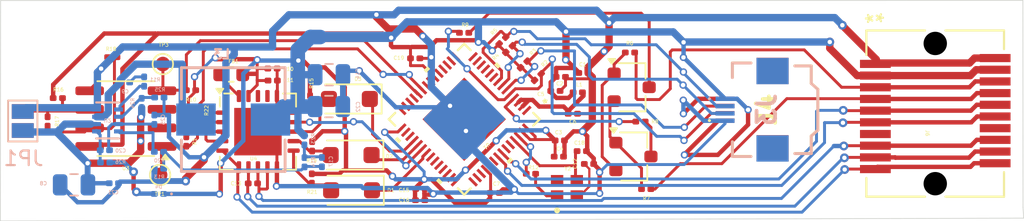
<source format=kicad_pcb>
(kicad_pcb (version 20240108) (generator "pcbnew") (generator_version "8.0")
  (layers (0 "F.Cu" signal) (31 "B.Cu" signal) (34 "B.Paste" user) (35 "F.Paste" user) (36 "B.SilkS" user "B.Silkscreen") (37 "F.SilkS" user "F.Silkscreen") (38 "B.Mask" user) (39 "F.Mask" user) (44 "Edge.Cuts" user))
  (net 0 "")
  (net 1 "/VDD3.3")
  (net 2 "GND")
  (net 3 "Net-(C12-Pad1)")
  (net 4 "/XTAL_N")
  (net 5 "Net-(C17-Pad2)")
  (net 7 "/SDA0")
  (net 8 "/GPIO0")
  (net 9 "/SCL1")
  (net 10 "/SDA1")
  (net 11 "Net-(Q1-Pad1)")
  (net 12 "Net-(Q1-Pad2)")
  (net 13 "Net-(Q1-Pad3)")
  (net 14 "Net-(Q2-Pad3)")
  (net 15 "/RX")
  (net 16 "/TX")
  (net 17 "A")
  (net 18 "B")
  (net 19 "Net-(R12-Pad1)")
  (net 20 "/XTAL_P")
  (net 21 "/DTR")
  (net 22 "/RTS")
  (net 23 "/CHIP_PU")
  (net 36 "/RX1")
  (net 48 "/TX1")
  (net 58 "Net-(C9-Pad1)")
  (net 59 "Net-(U2-SW)")
  (net 60 "Net-(U2-SS)")
  (net 61 "24V")
  (net 62 "Net-(U2-BST)")
  (net 63 "Net-(U2-FB)")
  (net 64 "Net-(C17-Pad1)")
  (net 65 "Net-(U2-PG)")
  (net 69 "/DE")
  (net 70 "/RE")
  (net 71 "/RTDN-")
  (net 74 "/RTDN+")
  (net 75 "Net-(D1-A)")
  (net 76 "Net-(D2-A)")
  (net 77 "/CS")
  (net 79 "Net-(D3-A)")
  (net 80 "/SCLK")
  (net 81 "/FORCE+")
  (net 82 "Net-(U4-VDD)")
  (net 83 "Net-(U4-ISENSOR)")
  (net 84 "Net-(U4-BIAS)")
  (net 85 "/MOSI")
  (net 87 "/MISO")
  (net 88 "Net-(U2-EN)")
  (net 91 "Net-(D4-A)")
  (footprint "Resistor_SMD:R_0201_0603Metric" (layer "F.Cu") (at 158.153603 101.8 180)
    (property "Reference" "R6")
    (property "Value" "10k" (hide yes))
  )
  (footprint "Resistor_SMD:R_0201_0603Metric" (layer "F.Cu") (at 122.713603 102.12 180)
    (property "Reference" "R18" (hide yes))
    (property "Value" "20k" (hide yes))
  )
  (footprint "Resistor_SMD:R_0201_0603Metric" (layer "F.Cu") (at 150.889651 102.613952 45)
    (property "Reference" "R3" (hide yes))
    (property "Value" "10k" (hide yes))
  )
  (footprint "Resistor_SMD:R_0201_0603Metric" (layer "F.Cu") (at 128.103603 104.38 180)
    (property "Reference" "R10")
    (property "Value" "10K" (hide yes))
  )
  (footprint "Capacitor_SMD:C_0201_0603Metric" (layer "F.Cu") (at 154.853603 108.55)
    (property "Reference" "C18" (hide yes))
    (property "Value" "0.1uF" (hide yes))
  )
  (footprint "Capacitor_SMD:C_0201_0603Metric" (layer "F.Cu") (at 133.678603 102.9)
    (property "Reference" "C10")
    (property "Value" "0.1uF" (hide yes))
  )
  (footprint "Capacitor_SMD:C_0201_0603Metric" (layer "F.Cu") (at 154.243603 105.99)
    (property "Reference" "C6" (hide yes))
    (property "Value" "0.1uF" (hide yes))
  )
  (footprint "digikey-footprints:ESP32 S3FN8_7X7_EXP-" (layer "F.Cu") (at 146.806342 106.369694 -135)
    (property "Reference" "U1")
    (property "Value" "ESP32-S3FN8" (hide yes))
  )
  (footprint "Capacitor_SMD:C_0201_0603Metric" (layer "F.Cu") (at 148.893603 111.41)
    (property "Reference" "C7" (hide yes))
    (property "Value" "0.1uF" (hide yes))
  )
  (footprint "Inductor_SMD:L_0603_1608Metric" (layer "F.Cu") (at 130.856103 103.29 180)
    (property "Reference" "FB1")
    (property "Value" "470R" (hide yes))
  )
  (footprint "Diode_SMD:D_SOD-123F" (layer "F.Cu") (at 139.061103 108.82 180)
    (property "Reference" "D2")
    (property "Value" "1N4148W" (hide yes))
  )
  (footprint "Package_TO_SOT_SMD:SC-59" (layer "F.Cu") (at 158.268603 104.18)
    (property "Reference" "Q2" (hide yes))
    (property "Value" "L8050QLT1G" (hide yes))
  )
  (footprint "Capacitor_SMD:C_0201_0603Metric" (layer "F.Cu") (at 153.048603 104.43)
    (property "Reference" "C5" (hide yes))
    (property "Value" "0.1uF" (hide yes))
  )
  (footprint "Capacitor_SMD:C_0201_0603Metric" (layer "F.Cu") (at 153.418603 103.47)
    (property "Reference" "C2" (hide yes))
    (property "Value" "1uF" (hide yes))
  )
  (footprint "Package_SO:SOIC-8_3.9x4.9mm_P1.27mm" (layer "F.Cu") (at 123.638603 106.325 180)
    (property "Reference" "U3")
    (property "Value" "THVD1420D" (hide yes))
  )
  (footprint "digikey-footprints:XTAL_ECS-400-10-37B2-CKM-TR" (layer "F.Cu") (at 153.838603 111.085)
    (property "Reference" "Y2")
    (property "Value" "ECS-400-10-37B2-CKM-TR" (hide yes))
  )
  (footprint "Package_DFN_QFN:TQFN-20-1EP_5x5mm_P0.65mm_EP3.25x3.25mm" (layer "F.Cu") (at 132.683603 107.2175)
    (property "Reference" "U4")
    (property "Value" "MAX31865xTP" (hide yes))
  )
  (footprint "Resistor_SMD:R_0201_0603Metric" (layer "F.Cu") (at 151.849651 103.483952 45)
    (property "Reference" "R2" (hide yes))
    (property "Value" "10k" (hide yes))
  )
  (footprint "Resistor_SMD:R_0201_0603Metric" (layer "F.Cu") (at 118.983603 104.92)
    (property "Reference" "R16")
    (property "Value" "20k" (hide yes))
  )
  (footprint "Resistor_SMD:R_0201_0603Metric" (layer "F.Cu") (at 127.778327 107.895276 -90)
    (property "Reference" "R1")
    (property "Value" "10K" (hide yes))
  )
  (footprint "Capacitor_SMD:C_0201_0603Metric" (layer "F.Cu") (at 143.788603 111.91)
    (property "Reference" "C16")
    (property "Value" "1uF" (hide yes))
  )
  (footprint "Resistor_SMD:R_0201_0603Metric" (layer "F.Cu") (at 129.123603 106.855 -90)
    (property "Reference" "R22")
    (property "Value" "400R" (hide yes))
  )
  (footprint "Capacitor_SMD:C_0201_0603Metric" (layer "F.Cu") (at 133.693603 103.72)
    (property "Reference" "C11")
    (property "Value" "0.1uF" (hide yes))
  )
  (footprint "Inductor_SMD:L_0201_0603Metric" (layer "F.Cu") (at 154.578603 104.53)
    (property "Reference" "L1" (hide yes))
    (property "Value" "2.0nH" (hide yes))
  )
  (footprint "Capacitor_SMD:C_0201_0603Metric" (layer "F.Cu") (at 132.338603 110.76)
    (property "Reference" "C13")
    (property "Value" "10uF" (hide yes))
  )
  (footprint "Resistor_SMD:R_0201_0603Metric" (layer "F.Cu") (at 118.283603 106.52 -90)
    (property "Reference" "R17" (hide yes))
    (property "Value" "120R" (hide yes))
  )
  (footprint "Capacitor_SMD:C_0201_0603Metric" (layer "F.Cu") (at 143.808603 111.14)
    (property "Reference" "C15")
    (property "Value" "0.1uF" (hide yes))
  )
  (footprint "Resistor_SMD:R_0201_0603Metric" (layer "F.Cu") (at 151.373603 110.1 180)
    (property "Reference" "R12" (hide yes))
    (property "Value" "22R" (hide yes))
  )
  (footprint "KiCad:FFC2B3504T" (layer "F.Cu") (at 167.838603 105.71 90)
    (property "Reference" "J4")
    (property "Value" "FFC2B35-04-T" (hide yes))
  )
  (footprint "Resistor_SMD:R_0201_0603Metric" (layer "F.Cu") (at 136.253603 105.08 -90)
    (property "Reference" "R15")
    (property "Value" "10k" (hide yes))
  )
  (footprint "TestPoint:TestPoint_Pad_D1.0mm" (layer "F.Cu") (at 126.173603 102.59)
    (property "Reference" "TP3")
    (property "Value" "TestPoint" (hide yes))
  )
  (footprint "Resistor_SMD:R_0201_0603Metric" (layer "F.Cu") (at 158.873603 106.53 180)
    (property "Reference" "R8")
    (property "Value" "0R" (hide yes))
  )
  (footprint "Resistor_SMD:R_0201_0603Metric" (layer "F.Cu") (at 136.393603 108.225 -90)
    (property "Reference" "R19")
    (property "Value" "10k" (hide yes))
  )
  (footprint "TestPoint:TestPoint_Pad_D1.0mm" (layer "F.Cu") (at 125.983603 110.18)
    (property "Reference" "TP1")
    (property "Value" "TestPoint" (hide yes))
  )
  (footprint "Diode_SMD:D_SOD-123F" (layer "F.Cu") (at 138.943603 104.98 180)
    (property "Reference" "D3")
    (property "Value" "1N4148W" (hide yes))
  )
  (footprint "Resistor_SMD:R_0201_0603Metric" (layer "F.Cu") (at 149.423603 100.98 45)
    (property "Reference" "R5" (hide yes))
    (property "Value" "10k" (hide yes))
  )
  (footprint "footprints14:CONN_10056847-101LF_AMP" (layer "F.Cu") (at 179.048902 105.979954 -90)
    (property "Reference" "J6")
    (property "Value" "10056847-101LF" (hide yes))
  )
  (footprint "Package_TO_SOT_SMD:SC-59" (layer "F.Cu") (at 158.388603 108.92)
    (property "Reference" "Q1" (hide yes))
    (property "Value" "L8050QLT1G" (hide yes))
  )
  (footprint "Diode_SMD:D_SOD-123F" (layer "F.Cu") (at 139.093603 111.23 180)
    (property "Reference" "D1")
    (property "Value" "1N4148W" (hide yes))
  )
  (footprint "Resistor_SMD:R_0201_0603Metric" (layer "F.Cu") (at 136.373603 110.425 -90)
    (property "Reference" "R21")
    (property "Value" "10k" (hide yes))
  )
  (footprint "Capacitor_SMD:C_0201_0603Metric" (layer "F.Cu") (at 154.968603 103.2)
    (property "Reference" "C1" (hide yes))
    (property "Value" "10uF" (hide yes))
  )
  (footprint "Resistor_SMD:R_0201_0603Metric" (layer "F.Cu") (at 149.879651 101.563952 45)
    (property "Reference" "R4" (hide yes))
    (property "Value" "10k" (hide yes))
  )
  (footprint "Capacitor_SMD:C_0201_0603Metric" (layer "F.Cu") (at 153.283603 108.93)
    (property "Reference" "C4" (hide yes))
    (property "Value" "10uF" (hide yes))
  )
  (footprint "Resistor_SMD:R_0201_0603Metric" (layer "F.Cu") (at 146.798603 100.45 180)
    (property "Reference" "R9" (hide yes))
    (property "Value" "0R" (hide yes))
  )
  (footprint "Resistor_SMD:R_0201_0603Metric" (layer "F.Cu") (at 159.263603 111.15 180)
    (property "Reference" "R7")
    (property "Value" "10k" (hide yes))
  )
  (footprint "Jumper:SolderJumper-2_P1.3mm_Open_Pad1.0x1.5mm" (layer "F.Cu") (at 116.583603 106.49 90)
    (property "Reference" "JP2" (hide yes))
    (property "Value" "SolderJumper_2_Open" (hide yes))
  )
  (footprint "Capacitor_SMD:C_0201_0603Metric" (layer "F.Cu") (at 153.348603 107.82)
    (property "Reference" "C3" (hide yes))
    (property "Value" "1uF" (hide yes))
  )
  (footprint "Capacitor_SMD:C_0201_0603Metric" (layer "F.Cu") (at 143.448603 102.2)
    (property "Reference" "C19" (hide yes))
    (property "Value" "0.1uF" (hide yes))
  )
  (footprint "Capacitor_SMD:C_0201_0603Metric" (layer "F.Cu") (at 155.348603 109.43)
    (property "Reference" "C12" (hide yes))
    (property "Value" "0.1uF" (hide yes))
  )
  (footprint "Resistor_SMD:R_0201_0603Metric" (layer "B.Cu") (at 124.893603 103.79 90)
    (property "Reference" "R11")
    (property "Value" "20R" (hide yes))
  )
  (footprint "Capacitor_SMD:C_0805_2012Metric" (layer "B.Cu") (at 137.543603 105.5)
    (property "Reference" "C22")
    (property "Value" "22µF" (hide yes))
  )
  (footprint "Resistor_SMD:R_0201_0603Metric" (layer "B.Cu") (at 124.723603 105.255 90)
    (property "Reference" "R24")
    (property "Value" "1M" (hide yes))
  )
  (footprint "Resistor_SMD:R_0201_0603Metric" (layer "B.Cu") (at 125.933603 104.88 180)
    (property "Reference" "R25")
    (property "Value" "NC" (hide yes))
  )
  (footprint "HCI:WE-HCI_7050" (layer "B.Cu") (at 130.993603 106.39 180)
    (property "Reference" "L3")
    (property "Value" "3.3µH" (hide yes))
  )
  (footprint "Resistor_SMD:R_0201_0603Metric" (layer "B.Cu") (at 135.873603 109.315 90)
    (property "Reference" "R14")
    (property "Value" "40.2K" (hide yes))
  )
  (footprint "KiCad:FFC2B3504T" (layer "B.Cu") (at 167.838603 105.72 -90)
    (property "Reference" "J3")
    (property "Value" "FFC2B35-04-T" (hide yes))
  )
  (footprint "Capacitor_SMD:C_0201_0603Metric" (layer "B.Cu") (at 122.818603 110.75)
    (property "Reference" "C21")
    (property "Value" "0.1uF(50V)" (hide yes))
  )
  (footprint "Capacitor_SMD:C_0201_0603Metric" (layer "B.Cu") (at 123.581103 103.85 180)
    (property "Reference" "C9")
    (property "Value" "1uF" (hide yes))
  )
  (footprint "Capacitor_SMD:C_0201_0603Metric" (layer "B.Cu") (at 137.063603 109.305 90)
    (property "Reference" "C17")
    (property "Value" "10pF" (hide yes))
  )
  (footprint "Resistor_SMD:R_0201_0603Metric" (layer "B.Cu") (at 135.863603 107.805 -90)
    (property "Reference" "R23")
    (property "Value" "10R" (hide yes))
  )
  (footprint "Resistor_SMD:R_0201_0603Metric" (layer "B.Cu") (at 125.911103 108.6)
    (property "Reference" "R20")
    (property "Value" "20K" (hide yes))
  )
  (footprint "Resistor_SMD:R_0201_0603Metric" (layer "B.Cu") (at 122.223603 109.33 180)
    (property "Reference" "R26")
    (property "Value" "65R" (hide yes))
  )
  (footprint "Resistor_SMD:R_0201_0603Metric" (layer "B.Cu") (at 125.911103 109.75)
    (property "Reference" "R13")
    (property "Value" "13K" (hide yes))
  )
  (footprint "Capacitor_SMD:C_0805_2012Metric" (layer "B.Cu") (at 137.553603 103.32)
    (property "Reference" "C14")
    (property "Value" "22µF" (hide yes))
  )
  (footprint "Capacitor_SMD:C_0805_2012Metric" (layer "B.Cu") (at 120.093603 110.86 180)
    (property "Reference" "C8")
    (property "Value" "22uF(50V)" (hide yes))
  )
  (footprint "Jumper:SolderJumper-2_P1.3mm_Open_Pad1.0x1.5mm" (layer "B.Cu") (at 116.583603 106.49 -90)
    (property "Reference" "JP1")
    (property "Value" "SolderJumper_2_Open" (hide yes))
  )
  (footprint "LED_SMD:LED_0201_0603Metric" (layer "B.Cu") (at 125.906103 111.48 180)
    (property "Reference" "D4")
    (property "Value" "LED" (hide yes))
  )
  (footprint "Capacitor_SMD:C_0201_0603Metric" (layer "B.Cu") (at 122.203603 108.49 180)
    (property "Reference" "C20")
    (property "Value" "1nF" (hide yes))
  )
  (footprint "Capacitor_SMD:C_0201_0603Metric" (layer "B.Cu") (at 125.593603 106.4 90)
    (property "Reference" "C25")
    (property "Value" "6.8nF" (hide yes))
  )
  (footprint "footprints12:SOT583_MP2393" (layer "B.Cu") (at 122.387903 106.450001)
    (property "Reference" "U2")
    (property "Value" "MP2393GTL-P" (hide yes))
  )
  (gr_line (start 185.05 98.23) (end 185.06 112.39) (stroke (width 0.05)) (layer "Edge.Cuts"))
  (gr_line (start 185.11 113.14) (end 115.05 113.33) (stroke (width 0.05)) (layer "Edge.Cuts"))
  (gr_line (start 115.05 113.33) (end 115.07 98.24) (stroke (width 0.05)) (layer "Edge.Cuts"))
  (gr_line (start 185.06 112.39) (end 185.11 113.14) (stroke (width 0.05)) (layer "Edge.Cuts"))
  (gr_line (start 115.07 98.24) (end 185.05 98.23) (stroke (width 0.05)) (layer "Edge.Cuts"))
  (segment (start 153.773603 102.285) (end 153.753603 102.305) (width 0.3) (layer "F.Cu") (net 1))
  (segment (start 143.128603 101.505) (end 143.123603 101.5) (width 0.2) (layer "F.Cu") (net 1))
  (segment (start 144.063603 110.48) (end 144.008603 110.535) (width 0.3) (layer "F.Cu") (net 1))
  (segment (start 151.077919 107.525684) (end 151.077919 107.53) (width 0.2) (layer "F.Cu") (net 1))
  (segment (start 174.953602 103.379954) (end 181.453649 103.379954) (width 0.5) (layer "F.Cu") (net 1))
  (segment (start 144.910709 100.96) (end 144.450709 101.42) (width 0.3) (layer "F.Cu") (net 1))
  (segment (start 144.450709 101.42) (end 143.203603 101.42) (width 0.3) (layer "F.Cu") (net 1))
  (segment (start 152.728603 104.517746) (end 153.120857 104.91) (width 0.3) (layer "F.Cu") (net 1))
  (segment (start 125.748603 100.575) (end 125.673603 100.5) (width 0.3) (layer "F.Cu") (net 1))
  (segment (start 141.383603 107.24) (end 141.363603 107.26) (width 0.2) (layer "F.Cu") (net 1))
  (segment (start 181.453649 103.379954) (end 181.853605 102.979998) (width 0.5) (layer "F.Cu") (net 1))
  (segment (start 149.653377 101.830226) (end 150.663377 102.840226) (width 0.2) (layer "F.Cu") (net 1))
  (segment (start 148.723603 101.68) (end 149.197329 101.206274) (width 0.2) (layer "F.Cu") (net 1))
  (segment (start 153.028603 107.82) (end 153.028603 108.865) (width 0.2) (layer "F.Cu") (net 1))
  (segment (start 149.197329 101.334178) (end 149.653377 101.790226) (width 0.2) (layer "F.Cu") (net 1))
  (segment (start 132.633603 102.3) (end 132.593603 102.26) (width 0.3) (layer "F.Cu") (net 1))
  (segment (start 161.883603 108.81) (end 161.883603 108.775) (width 0.3) (layer "F.Cu") (net 1))
  (segment (start 147.643603 100.96) (end 144.910709 100.96) (width 0.3) (layer "F.Cu") (net 1))
  (segment (start 141.217967 100.5) (end 125.823603 100.5) (width 0.3) (layer "F.Cu") (net 1))
  (segment (start 141.793603 100.8) (end 141.793603 101.33) (width 0.3) (layer "F.Cu") (net 1))
  (segment (start 133.373603 103.72) (end 132.663603 103.72) (width 0.2) (layer "F.Cu") (net 1))
  (segment (start 154.308603 102.86) (end 153.098603 102.86) (width 0.3) (layer "F.Cu") (net 1))
  (segment (start 150.663377 102.840226) (end 150.753377 102.840226) (width 0.2) (layer "F.Cu") (net 1))
  (segment (start 153.098603 103.47) (end 152.728603 103.84) (width 0.3) (layer "F.Cu") (net 1))
  (segment (start 141.793603 101.33) (end 141.893603 101.43) (width 0.3) (layer "F.Cu") (net 1))
  (segment (start 138.488603 109.875) (end 138.253603 110.11) (width 0.3) (layer "F.Cu") (net 1))
  (segment (start 148.612056 111.371547) (end 148.612056 110.155307) (width 0.2) (layer "F.Cu") (net 1))
  (segment (start 151.312235 107.76) (end 151.077919 107.525684) (width 0.2) (layer "F.Cu") (net 1))
  (segment (start 166.238603 106.74) (end 166.238603 105.72) (width 0.3) (layer "F.Cu") (net 1))
  (segment (start 153.613603 105.5) (end 153.923603 105.81) (width 0.3) (layer "F.Cu") (net 1))
  (segment (start 152.728603 104.43) (end 152.728603 104.517746) (width 0.3) (layer "F.Cu") (net 1))
  (segment (start 131.673603 103.26) (end 131.643603 103.29) (width 0.3) (layer "F.Cu") (net 1))
  (segment (start 148.573603 111.77) (end 148.573603 111.41) (width 0.3) (layer "F.Cu") (net 1))
  (segment (start 151.663603 107.76) (end 151.312235 107.76) (width 0.2) (layer "F.Cu") (net 1))
  (segment (start 127.923603 107.43) (end 127.778327 107.575276) (width 0.2) (layer "F.Cu") (net 1))
  (segment (start 150.671619 105.05) (end 151.49 105.05) (width 0.3) (layer "F.Cu") (net 1))
  (segment (start 132.593603 102.26) (end 129.863603 102.26) (width 0.3) (layer "F.Cu") (net 1))
  (segment (start 151.086036 106.972433) (end 151.663603 107.55) (width 0.2) (layer "F.Cu") (net 1))
  (segment (start 173.703557 103.379954) (end 174.953602 103.379954) (width 0.5) (layer "F.Cu") (net 1))
  (segment (start 121.273603 108.11) (end 121.128603 108.255) (width 0.3) (layer "F.Cu") (net 1))
  (segment (start 150.753377 102.840226) (end 151.623377 103.710226) (width 0.2) (layer "F.Cu") (net 1))
  (segment (start 129.863603 102.26) (end 129.763603 102.16) (width 0.3) (layer "F.Cu") (net 1))
  (segment (start 146.173603 112.09) (end 148.253603 112.09) (width 0.3) (layer "F.Cu") (net 1))
  (segment (start 128.423603 104.46) (end 127.923603 104.96) (width 0.2) (layer "F.Cu") (net 1))
  (segment (start 128.423603 104.38) (end 128.423603 104.46) (width 0.2) (layer "F.Cu") (net 1))
  (segment (start 154.648603 103.16) (end 154.648603 103.2) (width 0.3) (layer "F.Cu") (net 1))
  (segment (start 152.393603 107.13) (end 152.393603 107.185) (width 0.3) (layer "F.Cu") (net 1))
  (segment (start 120.973603 108.35) (end 121.063603 108.26) (width 0.2) (layer "F.Cu") (net 1))
  (segment (start 150.52035 105.201269) (end 150.671619 105.05) (width 0.3) (layer "F.Cu") (net 1))
  (segment (start 125.823603 100.5) (end 125.748603 100.575) (width 0.3) (layer "F.Cu") (net 1))
  (segment (start 150.803194 105.484113) (end 151.157642 105.129665) (width 0.3) (layer "F.Cu") (net 1))
  (segment (start 143.128603 102.2) (end 143.128603 101.505) (width 0.2) (layer "F.Cu") (net 1))
  (segment (start 154.408603 102.96) (end 154.308603 102.86) (width 0.3) (layer "F.Cu") (net 1))
  (segment (start 153.120857 104.91) (end 153.948603 104.91) (width 0.3) (layer "F.Cu") (net 1))
  (segment (start 144.063603 110.48) (end 143.438603 111.105) (width 0.3) (layer "F.Cu") (net 1))
  (segment (start 132.633603 102.92) (end 132.633603 103.69) (width 0.2) (layer "F.Cu") (net 1))
  (segment (start 132.653603 102.9) (end 132.633603 102.92) (width 0.2) (layer "F.Cu") (net 1))
  (segment (start 144.063603 110.48) (end 144.563603 110.48) (width 0.3) (layer "F.Cu") (net 1))
  (segment (start 149.653377 101.679774) (end 149.653377 101.790226) (width 0.2) (layer "F.Cu") (net 1))
  (segment (start 128.343603 104.3) (end 128.423603 104.38) (width 0.2) (layer "F.Cu") (net 1))
  (segment (start 151.663603 107.55) (end 151.663603 107.76) (width 0.2) (layer "F.Cu") (net 1))
  (segment (start 148.612056 110.155307) (end 148.257608 109.800859) (width 0.2) (layer "F.Cu") (net 1))
  (segment (start 127.923603 104.96) (end 127.923603 107.43) (width 0.2) (layer "F.Cu") (net 1))
  (segment (start 153.923603 105.81) (end 153.923603 105.99) (width 0.3) (layer "F.Cu") (net 1))
  (segment (start 141.487967 100.77) (end 141.217967 100.5) (width 0.3) (layer "F.Cu") (net 1))
  (segment (start 133.358603 102.9) (end 132.653603 102.9) (width 0.2) (layer "F.Cu") (net 1))
  (segment (start 143.438603 111.105) (end 143.438603 111.14) (width 0.2) (layer "F.Cu") (net 1))
  (segment (start 144.789389 103.504214) (end 143.985175 102.7) (width 0.2) (layer "F.Cu") (net 1))
  (segment (start 130.133603 111.4) (end 130.043603 111.49) (width 0.3) (layer "F.Cu") (net 1))
  (segment (start 137.108603 107.19) (end 136.393603 107.905) (width 0.3) (layer "F.Cu") (net 1))
  (segment (start 123.41 102.913603) (end 123.41 108.073603) (width 0.3) (layer "F.Cu") (net 1))
  (segment (start 147.778603 101.095) (end 147.643603 100.96) (width 0.3) (layer "F.Cu") (net 1))
  (segment (start 132.633603 102.3) (end 132.633603 102.92) (width 0.2) (layer "F.Cu") (net 1))
  (segment (start 153.028603 107.82) (end 152.968603 107.76) (width 0.2) (layer "F.Cu") (net 1))
  (segment (start 143.128603 102.695) (end 143.128603 102.2) (width 0.2) (layer "F.Cu") (net 1))
  (segment (start 152.728603 103.84) (end 152.728603 104.43) (width 0.3) (layer "F.Cu") (net 1))
  (segment (start 151.94 105.5) (end 153.613603 105.5) (width 0.3) (layer "F.Cu") (net 1))
  (segment (start 149.653377 101.790226) (end 149.653377 101.830226) (width 0.2) (layer "F.Cu") (net 1))
  (segment (start 132.033603 104.626512) (end 132.033603 104.78) (width 0.2) (layer "F.Cu") (net 1))
  (segment (start 146.893603 109.85) (end 146.983603 109.85) (width 0.3) (layer "F.Cu") (net 1))
  (segment (start 149.197329 101.206274) (end 149.197329 101.334178) (width 0.3) (layer "F.Cu") (net 1))
  (segment (start 143.438603 111.14) (end 143.438603 111.88) (width 0.3) (layer "F.Cu") (net 1))
  (segment (start 138.623603 104.18) (end 137.263603 102.82) (width 0.3) (layer "F.Cu") (net 1))
  (segment (start 136.253603 104.76) (end 136.243603 104.75) (width 0.2) (layer "F.Cu") (net 1))
  (segment (start 127.778327 107.575276) (end 127.753051 107.55) (width 0.2) (layer "F.Cu") (net 1))
  (segment (start 141.803603 100.79) (end 141.793603 100.8) (width 0.3) (layer "F.Cu") (net 1))
  (segment (start 152.393603 107.185) (end 153.028603 107.82) (width 0.3) (layer "F.Cu") (net 1))
  (segment (start 138.253603 110.11) (end 136.538603 110.11) (width 0.3) (layer "F.Cu") (net 1))
  (segment (start 148.253603 112.09) (end 148.573603 111.77) (width 0.3) (layer "F.Cu") (net 1))
  (segment (start 136.243603 102.82) (end 135.773603 102.35) (width 0.3) (layer "F.Cu") (net 1))
  (segment (start 136.243603 104.75) (end 136.243603 102.82) (width 0.3) (layer "F.Cu") (net 1))
  (segment (start 146.983603 109.85) (end 148.993603 107.84) (width 0.3) (layer "F.Cu") (net 1))
  (segment (start 138.623603 107.19) (end 138.623603 104.18) (width 0.3) (layer "F.Cu") (net 1))
  (segment (start 153.098603 102.86) (end 153.098603 103.47) (width 0.3) (layer "F.Cu") (net 1))
  (segment (start 125.748603 100.575) (end 123.41 102.913603) (width 0.3) (layer "F.Cu") (net 1))
  (segment (start 132.663603 103.72) (end 132.633603 103.69) (width 0.2) (layer "F.Cu") (net 1))
  (segment (start 171.833603 101.51) (end 173.703557 103.379954) (width 0.5) (layer "F.Cu") (net 1))
  (segment (start 144.563603 110.48) (end 146.173603 112.09) (width 0.3) (layer "F.Cu") (net 1))
  (segment (start 122.163603 100.5) (end 118.663603 104) (width 0.3) (layer "F.Cu") (net 1))
  (segment (start 151.077919 107.53) (end 150.803194 107.255275) (width 0.2) (layer "F.Cu") (net 1))
  (segment (start 161.883603 108.775) (end 164.188603 106.47) (width 0.3) (layer "F.Cu") (net 1))
  (segment (start 171.833603 101.08) (end 171.833603 101.51) (width 0.5) (layer "F.Cu") (net 1))
  (segment (start 132.513603 103.26) (end 131.673603 103.26) (width 0.3) (layer "F.Cu") (net 1))
  (segment (start 153.773603 100.37) (end 153.773603 102.285) (width 0.5) (layer "F.Cu") (net 1))
  (segment (start 153.773603 102.285) (end 154.648603 103.16) (width 0.3) (layer "F.Cu") (net 1))
  (segment (start 138.713603 107.28) (end 138.713603 109.875) (width 0.3) (layer "F.Cu") (net 1))
  (segment (start 143.133603 102.7) (end 143.128603 102.695) (width 0.2) (layer "F.Cu") (net 1))
  (segment (start 154.648603 103.2) (end 154.408603 102.96) (width 0.15) (layer "F.Cu") (net 1))
  (segment (start 141.893603 101.43) (end 143.053603 101.43) (width 0.3) (layer "F.Cu") (net 1))
  (segment (start 141.498603 109.875) (end 138.488603 109.875) (width 0.3) (layer "F.Cu") (net 1))
  (segment (start 137.263603 102.82) (end 136.243603 102.82) (width 0.3) (layer "F.Cu") (net 1))
  (segment (start 152.968603 107.76) (end 151.663603 107.76) (width 0.2) (layer "F.Cu") (net 1))
  (segment (start 154.968603 104.765) (end 153.923603 105.81) (width 0.3) (layer "F.Cu") (net 1))
  (segment (start 181.853605 102.979998) (end 183.153603 102.979998) (width 0.5) (layer "F.Cu") (net 1))
  (segment (start 125.673603 100.5) (end 122.163603 100.5) (width 0.3) (layer "F.Cu") (net 1))
  (segment (start 153.753603 102.305) (end 153.793603 102.345) (width 0.15) (layer "F.Cu") (net 1))
  (segment (start 130.133603 109.38) (end 130.133603 111.4) (width 0.3) (layer "F.Cu") (net 1))
  (segment (start 138.623603 107.19) (end 138.713603 107.28) (width 0.2) (layer "F.Cu") (net 1))
  (segment (start 153.028603 108.865) (end 152.963603 108.93) (width 0.2) (layer "F.Cu") (net 1))
  (segment (start 138.623603 107.19) (end 137.108603 107.19) (width 0.3) (layer "F.Cu") (net 1))
  (segment (start 148.573603 111.41) (end 148.612056 111.371547) (width 0.2) (layer "F.Cu") (net 1))
  (segment (start 142.259081 107.24) (end 141.383603 107.24) (width 0.2) (layer "F.Cu") (net 1))
  (segment (start 133.358603 103.705) (end 133.373603 103.72) (width 0.2) (layer "F.Cu") (net 1))
  (segment (start 154.968603 104.53) (end 154.968603 104.765) (width 0.3) (layer "F.Cu") (net 1))
  (segment (start 151.49 105.05) (end 151.94 105.5) (width 0.3) (layer "F.Cu") (net 1))
  (segment (start 161.883603 108.81) (end 164.168603 108.81) (width 0.3) (layer "F.Cu") (net 1))
  (segment (start 153.948603 104.91) (end 154.328603 104.53) (width 0.3) (layer "F.Cu") (net 1))
  (segment (start 132.633603 103.69) (end 132.633603 104.026512) (width 0.2) (layer "F.Cu") (net 1))
  (segment (start 143.985175 102.7) (end 143.133603 102.7) (width 0.2) (layer "F.Cu") (net 1))
  (segment (start 141.893603 110.27) (end 141.498603 109.875) (width 0.3) (layer "F.Cu") (net 1))
  (segment (start 123.373603 108.11) (end 121.273603 108.11) (width 0.3) (layer "F.Cu") (net 1))
  (segment (start 128.343603 103.46) (end 128.343603 104.3) (width 0.2) (layer "F.Cu") (net 1))
  (segment (start 164.168603 108.81) (end 166.238603 106.74) (width 0.3) (layer "F.Cu") (net 1))
  (segment (start 118.663603 104) (end 118.663603 104.92) (width 0.3) (layer "F.Cu") (net 1))
  (segment (start 141.793603 100.77) (end 141.487967 100.77) (width 0.3) (layer "F.Cu") (net 1))
  (segment (start 142.526648 106.972433) (end 142.259081 107.24) (width 0.2) (layer "F.Cu") (net 1))
  (segment (start 132.633603 104.026512) (end 132.033603 104.626512) (width 0.2) (layer "F.Cu") (net 1))
  (segment (start 143.438603 111.88) (end 143.468603 111.91) (width 0.2) (layer "F.Cu") (net 1))
  (via (at 144.063603 110.48) (size 0.5) (drill 0.3) (layers "F.Cu" "B.Cu") (net 1))
  (via (at 161.813603 102.135) (size 0.5) (drill 0.3) (layers "F.Cu" "B.Cu") (net 1))
  (via (at 138.623603 107.19) (size 0.5) (drill 0.3) (layers "F.Cu" "B.Cu") (net 1))
  (via (at 132.633603 102.3) (size 0.5) (drill 0.3) (layers "F.Cu" "B.Cu") (net 1))
  (via (at 153.753603 102.305) (size 0.5) (drill 0.3) (layers "F.Cu" "B.Cu") (net 1))
  (via (at 130.043603 111.49) (size 0.5) (drill 0.3) (layers "F.Cu" "B.Cu") (net 1))
  (via (at 129.763603 102.16) (size 0.5) (drill 0.3) (layers "F.Cu" "B.Cu") (net 1))
  (via (at 161.823603 101.1) (size 0.5) (drill 0.3) (layers "F.Cu" "B.Cu") (net 1))
  (via (at 141.803603 100.79) (size 0.5) (drill 0.3) (layers "F.Cu" "B.Cu") (net 1))
  (via (at 141.893603 110.27) (size 0.5) (drill 0.3) (layers "F.Cu" "B.Cu") (net 1))
  (via (at 148.993603 107.84) (size 0.5) (drill 0.3) (layers "F.Cu" "B.Cu") (net 1))
  (via (at 166.238603 105.72) (size 0.5) (drill 0.3) (layers "F.Cu" "B.Cu") (net 1))
  (via (at 147.778603 101.095) (size 0.5) (drill 0.3) (layers "F.Cu" "B.Cu") (net 1))
  (via (at 146.893603 109.85) (size 0.5) (drill 0.3) (layers "F.Cu" "B.Cu") (net 1))
  (via (at 141.363603 107.26) (size 0.5) (drill 0.3) (layers "F.Cu" "B.Cu") (net 1))
  (via (at 153.773603 100.37) (size 0.5) (drill 0.3) (layers "F.Cu" "B.Cu") (net 1))
  (via (at 130.133603 109.38) (size 0.5) (drill 0.3) (layers "F.Cu" "B.Cu") (net 1))
  (via (at 148.723603 101.68) (size 0.5) (drill 0.3) (layers "F.Cu" "B.Cu") (net 1))
  (via (at 161.883603 108.81) (size 0.5) (drill 0.3) (layers "F.Cu" "B.Cu") (net 1))
  (via (at 128.343603 103.46) (size 0.5) (drill 0.3) (layers "F.Cu" "B.Cu") (net 1))
  (via (at 152.393603 107.13) (size 0.5) (drill 0.3) (layers "F.Cu" "B.Cu") (net 1))
  (via (at 171.833603 101.08) (size 0.6) (drill 0.3) (layers "F.Cu" "B.Cu") (net 1))
  (via (at 135.45 102.35) (size 0.5) (drill 0.3) (layers "F.Cu" "B.Cu") (net 1))
  (segment (start 136.593603 105.5) (end 135.41 105.5) (width 0.5) (layer "B.Cu") (net 1))
  (segment (start 153.103603 99.7) (end 153.773603 100.37) (width 0.5) (layer "B.Cu") (net 1))
  (segment (start 136.603603 103.32) (end 135.45 103.32) (width 0.5) (layer "B.Cu") (net 1))
  (segment (start 129.66 102.16) (end 128.36 103.46) (width 0.2) (layer "B.Cu") (net 1))
  (segment (start 161.873603 102.075) (end 161.813603 102.135) (width 0.2) (layer "B.Cu") (net 1))
  (segment (start 147.778603 101.095) (end 147.778603 99.715) (width 0.5) (layer "B.Cu") (net 1))
  (segment (start 135.45 103.32) (end 135.41 103.28) (width 0.5) (layer "B.Cu") (net 1))
  (segment (start 149.703603 107.13) (end 152.393603 107.13) (width 0.3) (layer "B.Cu") (net 1))
  (segment (start 132.633603 102.3) (end 131.683603 103.25) (width 0.3) (layer "B.Cu") (net 1))
  (segment (start 135.41 105.5) (end 135.41 103.28) (width 1) (layer "B.Cu") (net 1))
  (segment (start 135.423603 105.72) (end 135.423603 107.063603) (width 0.5) (layer "B.Cu") (net 1))
  (segment (start 131.683603 107.83) (end 130.133603 109.38) (width 0.3) (layer "B.Cu") (net 1))
  (segment (start 141.803603 100.73) (end 136.953603 100.73) (width 0.7) (layer "B.Cu") (net 1))
  (segment (start 136.283603 100.74) (end 136.943603 100.74) (width 1) (layer "B.Cu") (net 1))
  (segment (start 135.41 101.613603) (end 136.283603 100.74) (width 1) (layer "B.Cu") (net 1))
  (segment (start 153.793603 100.39) (end 153.773603 100.37) (width 0.5) (layer "B.Cu") (net 1))
  (segment (start 161.823603 101.1) (end 161.823603 102.025) (width 0.3) (layer "B.Cu") (net 1))
  (segment (start 141.803603 100.79) (end 141.803603 100.786397) (width 0.5) (layer "B.Cu") (net 1))
  (segment (start 144.063603 110.48) (end 142.103603 110.48) (width 0.3) (layer "B.Cu") (net 1))
  (segment (start 133.543603 106.39) (end 134.433603 105.5) (width 1) (layer "B.Cu") (net 1))
  (segment (start 130.033603 111.48) (end 126.226103 111.48) (width 0.3) (layer "B.Cu") (net 1))
  (segment (start 133.543603 106.39) (end 133.543603 106.45) (width 0.3) (layer "B.Cu") (net 1))
  (segment (start 164.663603 104.97) (end 161.828603 102.135) (width 0.3) (layer "B.Cu") (net 1))
  (segment (start 136.953603 100.73) (end 136.943603 100.74) (width 0.5) (layer "B.Cu") (net 1))
  (segment (start 132.683603 102.35) (end 132.633603 102.3) (width 0.3) (layer "B.Cu") (net 1))
  (segment (start 130.043603 111.49) (end 130.033603 111.48) (width 0.3) (layer "B.Cu") (net 1))
  (segment (start 135.45 102.35) (end 132.683603 102.35) (width 0.3) (layer "B.Cu") (net 1))
  (segment (start 135.845 107.485) (end 135.863603 107.485) (width 0.5) (layer "B.Cu") (net 1))
  (segment (start 135.423603 107.063603) (end 135.845 107.485) (width 0.5) (layer "B.Cu") (net 1))
  (segment (start 131.683603 103.25) (end 131.683603 107.83) (width 0.3) (layer "B.Cu") (net 1))
  (segment (start 166.238603 105.72) (end 165.488603 104.97) (width 0.3) (layer "B.Cu") (net 1))
  (segment (start 128.36 103.46) (end 128.343603 103.46) (width 0.2) (layer "B.Cu") (net 1))
  (segment (start 161.113603 100.39) (end 153.793603 100.39) (width 0.5) (layer "B.Cu") (net 1))
  (segment (start 134.433603 105.5) (end 136.593603 105.5) (width 1) (layer "B.Cu") (net 1))
  (segment (start 161.823603 101.1) (end 161.113603 100.39) (width 0.5) (layer "B.Cu") (net 1))
  (segment (start 161.843603 101.08) (end 161.823603 101.1) (width 0.5) (layer "B.Cu") (net 1))
  (segment (start 148.138603 101.095) (end 148.723603 101.68) (width 0.3) (layer "B.Cu") (net 1))
  (segment (start 165.488603 104.97) (end 164.663603 104.97) (width 0.3) (layer "B.Cu") (net 1))
  (segment (start 135.41 103.28) (end 135.41 101.613603) (width 1) (layer "B.Cu") (net 1))
  (segment (start 144.063603 110.48) (end 144.063603 109.96) (width 0.2) (layer "B.Cu") (net 1))
  (segment (start 144.063603 110.48) (end 146.263603 110.48) (width 0.3) (layer "B.Cu") (net 1))
  (segment (start 142.103603 110.48) (end 141.893603 110.27) (width 0.3) (layer "B.Cu") (net 1))
  (segment (start 161.823603 101.1) (end 161.813603 101.09) (width 0.5) (layer "B.Cu") (net 1))
  (segment (start 129.763603 102.16) (end 129.66 102.16) (width 0.2) (layer "B.Cu") (net 1))
  (segment (start 144.063603 109.96) (end 141.363603 107.26) (width 0.2) (layer "B.Cu") (net 1))
  (segment (start 161.828603 102.135) (end 161.813603 102.135) (width 0.3) (layer "B.Cu") (net 1))
  (segment (start 147.778603 101.095) (end 148.138603 101.095) (width 0.3) (layer "B.Cu") (net 1))
  (segment (start 171.833603 101.08) (end 161.843603 101.08) (width 0.5) (layer "B.Cu") (net 1))
  (segment (start 161.823603 102.025) (end 161.873603 102.075) (width 0.3) (layer "B.Cu") (net 1))
  (segment (start 142.89 99.7) (end 153.103603 99.7) (width 0.5) (layer "B.Cu") (net 1))
  (segment (start 133.543603 106.45) (end 133.618603 106.45) (width 0.2) (layer "B.Cu") (net 1))
  (segment (start 133.543603 106.39) (end 134.283603 106.39) (width 1) (layer "B.Cu") (net 1))
  (segment (start 146.263603 110.48) (end 146.893603 109.85) (width 0.3) (layer "B.Cu") (net 1))
  (segment (start 141.803603 100.786397) (end 142.89 99.7) (width 0.5) (layer "B.Cu") (net 1))
  (segment (start 148.993603 107.84) (end 149.703603 107.13) (width 0.3) (layer "B.Cu") (net 1))
  (segment (start 153.668603 108.865) (end 153.603603 108.93) (width 0.2) (layer "F.Cu") (net 2))
  (segment (start 144.078603 111.88) (end 144.108603 111.91) (width 0.2) (layer "F.Cu") (net 2))
  (segment (start 141.615074 100.19) (end 143.483603 100.19) (width 0.5) (layer "F.Cu") (net 2))
  (segment (start 144.653603 111.45) (end 144.573603 111.53) (width 0.3) (layer "F.Cu") (net 2))
  (segment (start 155.573603 105.98) (end 155.573603 106.53) (width 0.5) (layer "F.Cu") (net 2))
  (segment (start 133.983603 109.655) (end 133.983603 104.39) (width 0.2) (layer "F.Cu") (net 2))
  (segment (start 155.398603 103.31) (end 155.573603 103.485) (width 0.5) (layer "F.Cu") (net 2))
  (segment (start 155.573603 103.485) (end 155.573603 105.98) (width 0.5) (layer "F.Cu") (net 2))
  (segment (start 156.723603 99.77) (end 156.723603 101.38) (width 0.5) (layer "F.Cu") (net 2))
  (segment (start 154.903603 107.2) (end 154.288603 107.2) (width 0.3) (layer "F.Cu") (net 2))
  (segment (start 121.063603 104.45) (end 121.033603 104.42) (width 0.2) (layer "F.Cu") (net 2))
  (segment (start 156.723603 101.38) (end 156.383603 101.72) (width 0.5) (layer "F.Cu") (net 2))
  (segment (start 154.903603 107.2) (end 155.223603 107.52) (width 0.3) (layer "F.Cu") (net 2))
  (segment (start 153.738603 104.06) (end 153.738603 103.47) (width 0.2) (layer "F.Cu") (net 2))
  (segment (start 144.078603 111.14) (end 144.078603 111.88) (width 0.3) (layer "F.Cu") (net 2))
  (segment (start 155.223603 108.5) (end 155.173603 108.55) (width 0.3) (layer "F.Cu") (net 2))
  (segment (start 133.983603 110.92) (end 133.953603 110.95) (width 0.3) (layer "F.Cu") (net 2))
  (segment (start 181.743603 102.18) (end 183.153603 102.18) (width 0.5) (layer "F.Cu") (net 2))
  (segment (start 134.013603 104.75) (end 133.983603 104.78) (width 0.2) (layer "F.Cu") (net 2))
  (segment (start 155.668603 109.045) (end 155.173603 108.55) (width 0.3) (layer "F.Cu") (net 2))
  (segment (start 172.693603 99.95) (end 175.013555 102.269952) (width 0.5) (layer "F.Cu") (net 2))
  (segment (start 140.793603 99.21) (end 140.793603 99.368529) (width 0.5) (layer "F.Cu") (net 2))
  (segment (start 143.483603 100.19) (end 143.973603 100.68) (width 0.5) (layer "F.Cu") (net 2))
  (segment (start 153.738603 103.47) (end 153.868603 103.6) (width 0.2) (layer "F.Cu") (net 2))
  (segment (start 172.693603 99.93) (end 172.693603 99.95) (width 0.5) (layer "F.Cu") (net 2))
  (segment (start 155.573603 106.53) (end 154.903603 107.2) (width 0.5) (layer "F.Cu") (net 2))
  (segment (start 122.393603 102.46) (end 121.948603 102.905) (width 0.2) (layer "F.Cu") (net 2))
  (segment (start 174.953602 102.579953) (end 175.013555 102.52) (width 0.3) (layer "F.Cu") (net 2))
  (segment (start 133.983603 109.655) (end 133.983603 110.92) (width 0.3) (layer "F.Cu") (net 2))
  (segment (start 122.393603 102.12) (end 122.393603 102.46) (width 0.2) (layer "F.Cu") (net 2))
  (segment (start 153.868603 103.6) (end 155.458603 103.6) (width 0.2) (layer "F.Cu") (net 2))
  (segment (start 144.158603 111.53) (end 144.078603 111.45) (width 0.3) (layer "F.Cu") (net 2))
  (segment (start 156.073603 111.44) (end 156.073603 110) (width 0.3) (layer "F.Cu") (net 2))
  (segment (start 121.62 103.963603) (end 121.163603 104.42) (width 0.3) (layer "F.Cu") (net 2))
  (segment (start 155.288603 102.815) (end 156.383603 101.72) (width 0.5) (layer "F.Cu") (net 2))
  (segment (start 144.078603 111.45) (end 144.078603 111.14) (width 0.2) (layer "F.Cu") (net 2))
  (segment (start 156.073603 109.835) (end 155.668603 109.43) (width 0.3) (layer "F.Cu") (net 2))
  (segment (start 155.288603 103.2) (end 155.288603 102.815) (width 0.5) (layer "F.Cu") (net 2))
  (segment (start 149.453603 111.17) (end 149.213603 111.41) (width 0.3) (layer "F.Cu") (net 2))
  (segment (start 127.733603 110.6) (end 127.733603 110.43) (width 0.5) (layer "F.Cu") (net 2))
  (segment (start 153.668603 107.82) (end 153.753603 107.735) (width 0.25) (layer "F.Cu") (net 2))
  (segment (start 144.573603 111.53) (end 144.158603 111.53) (width 0.3) (layer "F.Cu") (net 2))
  (segment (start 155.458603 103.6) (end 155.573603 103.485) (width 0.2) (layer "F.Cu") (net 2))
  (segment (start 127.733603 110.43) (end 128.993603 109.17) (width 0.5) (layer "F.Cu") (net 2))
  (segment (start 156.073603 110) (end 156.073603 109.835) (width 0.25) (layer "F.Cu") (net 2))
  (segment (start 175.013555 102.269952) (end 175.013555 102.52) (width 0.5) (layer "F.Cu") (net 2))
  (segment (start 150.233603 111.17) (end 149.453603 111.17) (width 0.3) (layer "F.Cu") (net 2))
  (segment (start 161.813603 105.985) (end 162.828603 104.97) (width 0.3) (layer "F.Cu") (net 2))
  (segment (start 121.023603 104.28) (end 121.163603 104.42) (width 0.2) (layer "F.Cu") (net 2))
  (segment (start 155.668603 109.43) (end 155.668603 109.045) (width 0.3) (layer "F.Cu") (net 2))
  (segment (start 144.473603 102.2) (end 144.553603 102.12) (width 0.2) (layer "F.Cu") (net 2))
  (segment (start 133.998603 102.9) (end 133.998603 103.705) (width 0.2) (layer "F.Cu") (net 2))
  (segment (start 140.793603 99.368529) (end 141.615074 100.19) (width 0.5) (layer "F.Cu") (net 2))
  (segment (start 135.121103 105.9175) (end 133.983603 105.9175) (width 0.2) (layer "F.Cu") (net 2))
  (segment (start 133.998603 103.705) (end 134.013603 103.72) (width 0.2) (layer "F.Cu") (net 2))
  (segment (start 154.288603 107.2) (end 153.668603 107.82) (width 0.3) (layer "F.Cu") (net 2))
  (segment (start 175.013555 102.52) (end 181.403603 102.52) (width 0.5) (layer "F.Cu") (net 2))
  (segment (start 181.403603 102.52) (end 181.743603 102.18) (width 0.5) (layer "F.Cu") (net 2))
  (segment (start 121.62 103.233603) (end 121.62 103.963603) (width 0.3) (layer "F.Cu") (net 2))
  (segment (start 153.668603 107.82) (end 153.668603 108.865) (width 0.3) (layer "F.Cu") (net 2))
  (segment (start 155.573603 105.98) (end 155.563603 105.99) (width 0.2) (layer "F.Cu") (net 2))
  (segment (start 121.948603 102.905) (end 121.62 103.233603) (width 0.3) (layer "F.Cu") (net 2))
  (segment (start 144.683603 111.48) (end 144.653603 111.45) (width 0.2) (layer "F.Cu") (net 2))
  (segment (start 153.368603 104.43) (end 153.738603 104.06) (width 0.2) (layer "F.Cu") (net 2))
  (segment (start 162.828603 104.97) (end 164.663603 104.97) (width 0.3) (layer "F.Cu") (net 2))
  (segment (start 134.013603 103.72) (end 134.013603 104.75) (width 0.2) (layer "F.Cu") (net 2))
  (segment (start 155.563603 105.99) (end 154.563603 105.99) (width 0.2) (layer "F.Cu") (net 2))
  (segment (start 155.398603 103.31) (end 155.288603 103.2) (width 0.2) (layer "F.Cu") (net 2))
  (segment (start 133.983603 105.9175) (end 132.683603 107.2175) (width 0.2) (layer "F.Cu") (net 2))
  (segment (start 143.768603 102.2) (end 144.473603 102.2) (width 0.2) (layer "F.Cu") (net 2))
  (segment (start 155.223603 107.52) (end 155.223603 108.5) (width 0.3) (layer "F.Cu") (net 2))
  (segment (start 128.993603 109.17) (end 128.993603 108.97) (width 0.5) (layer "F.Cu") (net 2))
  (segment (start 154.903603 107.2) (end 154.788603 107.2) (width 0.3) (layer "F.Cu") (net 2))
  (via (at 156.723603 99.77) (size 0.5) (drill 0.3) (layers "F.Cu" "B.Cu") (net 2))
  (via (at 144.683603 111.48) (size 0.5) (drill 0.3) (layers "F.Cu" "B.Cu") (net 2))
  (via (at 154.903603 107.2) (size 0.5) (drill 0.3) (layers "F.Cu" "B.Cu") (net 2))
  (via (at 133.953603 110.95) (size 0.5) (drill 0.3) (layers "F.Cu" "B.Cu") (net 2))
  (via (at 143.973603 100.68) (size 0.5) (drill 0.3) (layers "F.Cu" "B.Cu") (net 2))
  (via (at 156.073603 110) (size 0.5) (drill 0.3) (layers "F.Cu" "B.Cu") (net 2))
  (via (at 121.948603 102.905) (size 0.5) (drill 0.3) (layers "F.Cu" "B.Cu") (net 2))
  (via (at 140.793603 99.21) (size 0.5) (drill 0.3) (layers "F.Cu" "B.Cu") (net 2))
  (via (at 146.923603 107.17) (size 0.5) (drill 0.3) (layers "F.Cu" "B.Cu") (net 2))
  (via (at 156.383603 101.72) (size 0.5) (drill 0.3) (layers "F.Cu" "B.Cu") (net 2))
  (via (at 127.733603 110.6) (size 0.6) (drill 0.3) (layers "F.Cu" "B.Cu") (net 2))
  (via (at 156.073603 111.44) (size 0.5) (drill 0.3) (layers "F.Cu" "B.Cu") (net 2))
  (via (at 150.233603 111.17) (size 0.5) (drill 0.3) (layers "F.Cu" "B.Cu") (net 2))
  (via (at 161.803603 105.065) (size 0.5) (drill 0.3) (layers "F.Cu" "B.Cu") (net 2))
  (via (at 172.693603 99.93) (size 0.6) (drill 0.3) (layers "F.Cu" "B.Cu") (net 2))
  (via (at 145.833603 105.45) (size 0.5) (drill 0.3) (layers "F.Cu" "B.Cu") (net 2))
  (via (at 161.813603 105.985) (size 0.5) (drill 0.3) (layers "F.Cu" "B.Cu") (net 2))
  (via (at 128.993603 108.97) (size 0.6) (drill 0.3) (layers "F.Cu" "B.Cu") (net 2))
  (via (at 139.623603 103.05) (size 0.5) (drill 0.3) (layers "F.Cu" "B.Cu") (net 2))
  (via (at 144.553603 102.12) (size 0.5) (drill 0.3) (layers "F.Cu" "B.Cu") (net 2))
  (segment (start 119.143603 110.86) (end 120.333603 112.05) (width 0.3) (layer "B.Cu") (net 2))
  (segment (start 127.733603 110.6) (end 125.593603 110.6) (width 0.4) (layer "B.Cu") (net 2))
  (segment (start 155.863603 98.91) (end 156.723603 99.77) (width 0.5) (layer "B.Cu") (net 2))
  (segment (start 156.073603 111.44) (end 156.053603 111.46) (width 0.2) (layer "B.Cu") (net 2))
  (segment (start 126.593603 106.08) (end 126.363603 106.08) (width 0.3) (layer "B.Cu") (net 2))
  (segment (start 130.493603 102.498529) (end 130.493603 107.47) (width 0.5) (layer "B.Cu") (net 2))
  (segment (start 123.423603 101.42) (end 133.683603 101.42) (width 0.5) (layer "B.Cu") (net 2))
  (segment (start 126.363603 106.08) (end 125.593603 106.08) (width 0.3) (layer "B.Cu") (net 2))
  (segment (start 121.693603 105.55) (end 121.663603 105.58) (width 0.5) (layer "B.Cu") (net 2))
  (segment (start 156.723603 99.77) (end 157.083603 99.41) (width 0.5) (layer "B.Cu") (net 2))
  (segment (start 161.803603 105.065) (end 161.813603 105.075) (width 0.3) (layer "B.Cu") (net 2))
  (segment (start 126.253603 105.97) (end 126.363603 106.08) (width 0.2) (layer "B.Cu") (net 2))
  (segment (start 150.175074 111.17) (end 150.233603 111.17) (width 0.5) (layer "B.Cu") (net 2))
  (segment (start 127.973603 108.97) (end 126.593603 107.59) (width 0.3) (layer "B.Cu") (net 2))
  (segment (start 145.733603 105.55) (end 142.123603 105.55) (width 0.3) (layer "B.Cu") (net 2))
  (segment (start 144.683603 111.48) (end 144.773603 111.39) (width 0.3) (layer "B.Cu") (net 2))
  (segment (start 172.173603 99.41) (end 172.693603 99.93) (width 0.5) (layer "B.Cu") (net 2))
  (segment (start 142.313603 98.91) (end 155.863603 98.91) (width 0.5) (layer "B.Cu") (net 2))
  (segment (start 138.503603 103.32) (end 138.503603 105.49) (width 0.4) (layer "B.Cu") (net 2))
  (segment (start 126.593603 107.59) (end 126.593603 106.08) (width 0.3) (layer "B.Cu") (net 2))
  (segment (start 122.038602 112.05) (end 123.138603 110.949999) (width 0.3) (layer "B.Cu") (net 2))
  (segment (start 145.833603 105.45) (end 145.733603 105.55) (width 0.3) (layer "B.Cu") (net 2))
  (segment (start 144.553603 104.116955) (end 144.553603 104.17) (width 0.3) (layer "B.Cu") (net 2))
  (segment (start 116.773603 105.64) (end 116.403603 106.01) (width 0.4) (layer "B.Cu") (net 2))
  (segment (start 121.663603 105.58) (end 116.833603 105.58) (width 0.5) (layer "B.Cu") (net 2))
  (segment (start 156.053603 111.46) (end 150.523603 111.46) (width 0.2) (layer "B.Cu") (net 2))
  (segment (start 161.86 109.47) (end 164.663603 106.666397) (width 0.2) (layer "B.Cu") (net 2))
  (segment (start 123.138603 110.75) (end 123.248603 110.64) (width 0.3) (layer "B.Cu") (net 2))
  (segment (start 142.123603 105.55) (end 139.623603 103.05) (width 0.3) (layer "B.Cu") (net 2))
  (segment (start 125.553603 110.64) (end 125.593603 110.6) (width 0.3) (layer "B.Cu") (net 2))
  (segment (start 126.253603 104.88) (end 126.253603 105.97) (width 0.2) (layer "B.Cu") (net 2))
  (segment (start 146.923603 107.17) (end 146.883297 107.129694) (width 0.3) (layer "B.Cu") (net 2))
  (segment (start 133.683603 100.34) (end 134.803603 99.22) (width 0.5) (layer "B.Cu") (net 2))
  (segment (start 131.063603 101.51) (end 131.063603 101.928529) (width 0.5) (layer "B.Cu") (net 2))
  (segment (start 156.603603 109.47) (end 161.86 109.47) (width 0.2) (layer "B.Cu") (net 2))
  (segment (start 144.773603 111.39) (end 150.013603 111.39) (width 0.3) (layer "B.Cu") (net 2))
  (segment (start 144.553603 101.26) (end 144.553603 104.116955) (width 0.5) (layer "B.Cu") (net 2))
  (segment (start 157.083603 99.41) (end 172.173603 99.41) (width 0.5) (layer "B.Cu") (net 2))
  (segment (start 123.138603 110.949999) (end 123.138603 110.75) (width 0.3) (layer "B.Cu") (net 2))
  (segment (start 150.013603 111.39) (end 150.233603 111.17) (width 0.3) (layer "B.Cu") (net 2))
  (segment (start 121.948603 102.895) (end 123.423603 101.42) (width 0.5) (layer "B.Cu") (net 2))
  (segment (start 120.333603 112.05) (end 122.038602 112.05) (width 0.3) (layer "B.Cu") (net 2))
  (segment (start 123.248603 110.64) (end 125.553603 110.64) (width 0.3) (layer "B.Cu") (net 2))
  (segment (start 138.503603 105.49) (end 138.493603 105.5) (width 0.4) (layer "B.Cu") (net 2))
  (segment (start 146.923603 107.17) (end 146.923603 107.918529) (width 0.5) (layer "B.Cu") (net 2))
  (segment (start 144.683603 111.48) (end 144.283603 111.08) (width 0.3) (layer "B.Cu") (net 2))
  (segment (start 161.803603 105.065) (end 163.208603 106.47) (width 0.3) (layer "B.Cu") (net 2))
  (segment (start 116.833603 105.58) (end 116.773603 105.64) (width 0.5) (layer "B.Cu") (net 2))
  (segment (start 125.593603 110.6) (end 125.593603 109.952499) (width 0.4) (layer "B.Cu") (net 2))
  (segment (start 139.623603 103.05) (end 138.773603 103.05) (width 0.3) (layer "B.Cu") (net 2))
  (segment (start 145.833603 105.45) (end 144.553603 104.17) (width 0.5) (layer "B.Cu") (net 2))
  (segment (start 121.693603 103.16) (end 121.693603 105.55) (width 0.5) (layer "B.Cu") (net 2))
  (segment (start 150.523603 111.46) (end 150.233603 111.17) (width 0.2) (layer "B.Cu") (net 2))
  (segment (start 121.948603 102.905) (end 121.948603 102.895) (width 0.5) (layer "B.Cu") (net 2))
  (segment (start 116.643603 105.96) (end 116.903603 105.7) (width 0.3) (layer "B.Cu") (net 2))
  (segment (start 139.883603 111.08) (end 139.753603 110.95) (width 0.3) (layer "B.Cu") (net 2))
  (segment (start 172.693603 99.93) (end 172.703603 99.94) (width 0.5) (layer "B.Cu") (net 2))
  (segment (start 139.753603 110.95) (end 133.953603 110.95) (width 0.3) (layer "B.Cu") (net 2))
  (segment (start 131.153603 101.42) (end 131.063603 101.51) (width 0.3) (layer "B.Cu") (net 2))
  (segment (start 143.973603 100.68) (end 144.553603 101.26) (width 0.5) (layer "B.Cu") (net 2))
  (segment (start 125.593603 109.952499) (end 125.591103 109.949999) (width 0.4) (layer "B.Cu") (net 2))
  (segment (start 146.923603 107.918529) (end 150.175074 111.17) (width 0.5) (layer "B.Cu") (net 2))
  (segment (start 142.003603 99.22) (end 142.313603 98.91) (width 0.5) (layer "B.Cu") (net 2))
  (segment (start 134.803603 99.22) (end 142.003603 99.22) (width 0.5) (layer "B.Cu") (net 2))
  (segment (start 131.063603 101.928529) (end 130.493603 102.498529) (width 0.5) (layer "B.Cu") (net 2))
  (segment (start 130.493603 107.47) (end 128.993603 108.97) (width 0.5) (layer "B.Cu") (net 2))
  (segment (start 125.591103 109.949999) (end 125.591103 109.75) (width 0.4) (layer "B.Cu") (net 2))
  (segment (start 161.813603 105.075) (end 161.813603 105.985) (width 0.3) (layer "B.Cu") (net 2))
  (segment (start 144.283603 111.08) (end 139.883603 111.08) (width 0.3) (layer "B.Cu") (net 2))
  (segment (start 128.993603 108.97) (end 127.973603 108.97) (width 0.3) (layer "B.Cu") (net 2))
  (segment (start 164.663603 106.666397) (end 164.663603 106.47) (width 0.2) (layer "B.Cu") (net 2))
  (segment (start 156.073603 110) (end 156.603603 109.47) (width 0.2) (layer "B.Cu") (net 2))
  (segment (start 121.948603 102.905) (end 121.693603 103.16) (width 0.5) (layer "B.Cu") (net 2))
  (segment (start 133.683603 101.42) (end 133.683603 100.34) (width 0.5) (layer "B.Cu") (net 2))
  (segment (start 138.773603 103.05) (end 138.503603 103.32) (width 0.3) (layer "B.Cu") (net 2))
  (segment (start 163.208603 106.47) (end 164.663603 106.47) (width 0.3) (layer "B.Cu") (net 2))
  (segment (start 155.37 109.771397) (end 155.37 110.973603) (width 0.15) (layer "F.Cu") (net 3))
  (segment (start 155.37 110.973603) (end 154.733603 111.61) (width 0.15) (layer "F.Cu") (net 3))
  (segment (start 154.733603 111.61) (end 154.513603 111.61) (width 0.15) (layer "F.Cu") (net 3))
  (segment (start 155.028603 109.43) (end 155.37 109.771397) (width 0.15) (layer "F.Cu") (net 3))
  (segment (start 151.966547 109.55) (end 150.237508 107.820961) (width 0.2) (layer "F.Cu") (net 4))
  (segment (start 154.513603 110.56) (end 154.423603 110.47) (width 0.2) (layer "F.Cu") (net 4))
  (segment (start 154.313603 109.55) (end 151.966547 109.55) (width 0.2) (layer "F.Cu") (net 4))
  (segment (start 154.423603 110.47) (end 154.423603 108.66) (width 0.2) (layer "F.Cu") (net 4))
  (segment (start 154.423603 109.44) (end 154.313603 109.55) (width 0.2) (layer "F.Cu") (net 4))
  (segment (start 154.423603 108.66) (end 154.533603 108.55) (width 0.2) (layer "F.Cu") (net 4))
  (segment (start 137.008603 108.94) (end 136.021103 108.94) (width 0.2) (layer "B.Cu") (net 5))
  (segment (start 135.863603 108.125) (end 135.863603 108.985) (width 0.2) (layer "B.Cu") (net 5))
  (segment (start 151.623603 102.76) (end 151.488247 102.76) (width 0.2) (layer "F.Cu") (net 7))
  (segment (start 151.933603 101.69) (end 151.235925 102.387678) (width 0.2) (layer "F.Cu") (net 7))
  (segment (start 151.488247 102.76) (end 151.115925 102.387678) (width 0.2) (layer "F.Cu") (net 7))
  (segment (start 151.235925 102.387678) (end 151.115925 102.387678) (width 0.2) (layer "F.Cu") (net 7))
  (segment (start 150.703603 103.7) (end 150.324561 103.7) (width 0.2) (layer "F.Cu") (net 7))
  (segment (start 161.873603 106.92) (end 163.323603 105.47) (width 0.2) (layer "F.Cu") (net 7))
  (segment (start 150.324561 103.7) (end 149.671821 104.35274) (width 0.2) (layer "F.Cu") (net 7))
  (segment (start 152.053603 101.69) (end 151.933603 101.69) (width 0.2) (layer "F.Cu") (net 7))
  (segment (start 163.323603 105.47) (end 164.663603 105.47) (width 0.2) (layer "F.Cu") (net 7))
  (via (at 161.873603 106.92) (size 0.5) (drill 0.3) (layers "F.Cu" "B.Cu") (net 7))
  (via (at 152.053603 101.69) (size 0.5) (drill 0.3) (layers "F.Cu" "B.Cu") (net 7))
  (via (at 151.623603 102.76) (size 0.5) (drill 0.3) (layers "F.Cu" "B.Cu") (net 7))
  (via (at 150.703603 103.7) (size 0.5) (drill 0.3) (layers "F.Cu" "B.Cu") (net 7))
  (segment (start 152.053603 101.69) (end 154.353603 101.69) (width 0.2) (layer "B.Cu") (net 7))
  (segment (start 150.703603 103.7) (end 150.703603 103.68) (width 0.2) (layer "B.Cu") (net 7))
  (segment (start 158.933603 105.39) (end 160.463603 106.92) (width 0.2) (layer "B.Cu") (net 7))
  (segment (start 154.353603 105.39) (end 158.933603 105.39) (width 0.2) (layer "B.Cu") (net 7))
  (segment (start 160.463603 106.92) (end 161.873603 106.92) (width 0.2) (layer "B.Cu") (net 7))
  (segment (start 150.703603 103.68) (end 151.623603 102.76) (width 0.2) (layer "B.Cu") (net 7))
  (segment (start 154.353603 101.69) (end 154.353603 105.39) (width 0.2) (layer "B.Cu") (net 7))
  (segment (start 152.087971 103.269724) (end 152.075925 103.257678) (width 0.2) (layer "F.Cu") (net 8))
  (segment (start 152.087971 104.055632) (end 152.087971 103.269724) (width 0.2) (layer "F.Cu") (net 8))
  (segment (start 145.723603 100.35) (end 146.478603 100.35) (width 0.2) (layer "F.Cu") (net 8))
  (segment (start 152.075925 103.187678) (end 152.075925 103.257678) (width 0.2) (layer "F.Cu") (net 8))
  (segment (start 149.560251 105.03) (end 149.954666 104.635585) (width 0.2) (layer "F.Cu") (net 8))
  (segment (start 152.833603 102.43) (end 152.075925 103.187678) (width 0.2) (layer "F.Cu") (net 8))
  (segment (start 151.862465 104.281138) (end 152.087971 104.055632) (width 0.2) (layer "F.Cu") (net 8))
  (segment (start 146.478603 100.35) (end 146.548603 100.42) (width 0.2) (layer "F.Cu") (net 8))
  (segment (start 163.703603 105.97) (end 164.663603 105.97) (width 0.2) (layer "F.Cu") (net 8))
  (segment (start 147 102.91) (end 149.12 105.03) (width 0.2) (layer "F.Cu") (net 8))
  (segment (start 152.833603 102.25) (end 152.833603 102.43) (width 0.2) (layer "F.Cu") (net 8))
  (segment (start 161.853603 107.82) (end 163.703603 105.97) (width 0.2) (layer "F.Cu") (net 8))
  (segment (start 150.309113 104.281138) (end 151.862465 104.281138) (width 0.2) (layer "F.Cu") (net 8))
  (segment (start 149.12 105.03) (end 149.560251 105.03) (width 0.2) (layer "F.Cu") (net 8))
  (segment (start 149.954665 104.635586) (end 150.309113 104.281138) (width 0.2) (layer "F.Cu") (net 8))
  (via (at 147 102.91) (size 0.5) (drill 0.3) (layers "F.Cu" "B.Cu") (net 8))
  (via (at 161.853603 107.82) (size 0.5) (drill 0.3) (layers "F.Cu" "B.Cu") (net 8))
  (via (at 145.723603 100.35) (size 0.5) (drill 0.3) (layers "F.Cu" "B.Cu") (net 8))
  (via (at 152.833603 102.25) (size 0.5) (drill 0.3) (layers "F.Cu" "B.Cu") (net 8))
  (segment (start 152.833603 102.43) (end 152.833603 102.25) (width 0.2) (layer "B.Cu") (net 8))
  (segment (start 158.423603 105.98) (end 152.963603 105.98) (width 0.2) (layer "B.Cu") (net 8))
  (segment (start 152.823603 102.26) (end 152.823603 105.86) (width 0.2) (layer "B.Cu") (net 8))
  (segment (start 152.823603 105.86) (end 152.953603 105.99) (width 0.2) (layer "B.Cu") (net 8))
  (segment (start 161.573603 107.54) (end 159.983603 107.54) (width 0.2) (layer "B.Cu") (net 8))
  (segment (start 145.723603 101.431209) (end 145.723603 100.35) (width 0.2) (layer "B.Cu") (net 8))
  (segment (start 159.983603 107.54) (end 158.423603 105.98) (width 0.2) (layer "B.Cu") (net 8))
  (segment (start 161.853603 107.82) (end 161.573603 107.54) (width 0.2) (layer "B.Cu") (net 8))
  (segment (start 147 102.91) (end 145.63775 101.54775) (width 0.2) (layer "B.Cu") (net 8))
  (segment (start 152.833603 102.25) (end 152.823603 102.26) (width 0.2) (layer "B.Cu") (net 8))
  (segment (start 149.823603 102.82) (end 149.860583 102.85698) (width 0.2) (layer "F.Cu") (net 9))
  (segment (start 149.860583 102.85698) (end 149.860583 103.598294) (width 0.2) (layer "F.Cu") (net 9))
  (segment (start 150.623603 101.88) (end 150.623603 101.855356) (width 0.2) (layer "F.Cu") (net 9))
  (segment (start 150.623603 101.855356) (end 150.105925 101.337678) (width 0.2) (layer "F.Cu") (net 9))
  (segment (start 150.353603 101.09) (end 150.105925 101.337678) (width 0.2) (layer "F.Cu") (net 9))
  (segment (start 149.860583 103.598294) (end 149.388979 104.069898) (width 0.2) (layer "F.Cu") (net 9))
  (segment (start 150.773603 101.09) (end 150.353603 101.09) (width 0.2) (layer "F.Cu") (net 9))
  (via (at 150.623603 101.88) (size 0.5) (drill 0.3) (layers "F.Cu" "B.Cu") (net 9))
  (via (at 150.773603 101.09) (size 0.5) (drill 0.3) (layers "F.Cu" "B.Cu") (net 9))
  (via (at 149.823603 102.82) (size 0.5) (drill 0.3) (layers "F.Cu" "B.Cu") (net 9))
  (via (at 161.788603 104.03) (size 0.5) (drill 0.3) (layers "F.Cu" "B.Cu") (net 9))
  (segment (start 155.613603 103.63) (end 161.388603 103.63) (width 0.2) (layer "B.Cu") (net 9))
  (segment (start 161.788603 104.03) (end 163.728603 105.97) (width 0.2) (layer "B.Cu") (net 9))
  (segment (start 163.728603 105.97) (end 164.663603 105.97) (width 0.2) (layer "B.Cu") (net 9))
  (segment (start 149.823603 102.82) (end 149.823603 102.68) (width 0.2) (layer "B.Cu") (net 9))
  (segment (start 155.373603 102.11) (end 155.373603 103.39) (width 0.2) (layer "B.Cu") (net 9))
  (segment (start 161.723603 103.965) (end 161.788603 104.03) (width 0.2) (layer "B.Cu") (net 9))
  (segment (start 161.678603 103.92) (end 161.788603 104.03) (width 0.2) (layer "B.Cu") (net 9))
  (segment (start 150.923603 101.24) (end 154.503603 101.24) (width 0.2) (layer "B.Cu") (net 9))
  (segment (start 161.388603 103.63) (end 161.788603 104.03) (width 0.2) (layer "B.Cu") (net 9))
  (segment (start 154.503603 101.24) (end 155.373603 102.11) (width 0.2) (layer "B.Cu") (net 9))
  (segment (start 155.373603 103.39) (end 155.613603 103.63) (width 0.2) (layer "B.Cu") (net 9))
  (segment (start 161.738603 103.98) (end 161.788603 104.03) (width 0.2) (layer "B.Cu") (net 9))
  (segment (start 149.823603 102.68) (end 150.623603 101.88) (width 0.2) (layer "B.Cu") (net 9))
  (segment (start 150.773603 101.09) (end 150.923603 101.24) (width 0.2) (layer "B.Cu") (net 9))
  (segment (start 149.360586 103.05338) (end 149.360586 103.532607) (width 0.2) (layer "F.Cu") (net 10))
  (segment (start 149.360586 103.532607) (end 149.106137 103.787056) (width 0.2) (layer "F.Cu") (net 10))
  (segment (start 148.103603 101.796397) (end 149.360586 103.05338) (width 0.2) (layer "F.Cu") (net 10))
  (segment (start 150.043603 100.36) (end 149.649877 100.753726) (width 0.2) (layer "F.Cu") (net 10))
  (segment (start 149.649877 100.753726) (end 149.649877 100.656274) (width 0.2) (layer "F.Cu") (net 10))
  (segment (start 148.103603 101.55) (end 148.103603 101.796397) (width 0.2) (layer "F.Cu") (net 10))
  (segment (start 150.203603 100.36) (end 150.043603 100.36) (width 0.2) (layer "F.Cu") (net 10))
  (segment (start 149.293603 100.36) (end 148.103603 101.55) (width 0.2) (layer "F.Cu") (net 10))
  (segment (start 149.649877 100.656274) (end 149.353603 100.36) (width 0.2) (layer "F.Cu") (net 10))
  (segment (start 149.353603 100.36) (end 149.293603 100.36) (width 0.2) (layer "F.Cu") (net 10))
  (via (at 150.203603 100.36) (size 0.5) (drill 0.3) (layers "F.Cu" "B.Cu") (net 10))
  (via (at 161.813603 103.135) (size 0.5) (drill 0.3) (layers "F.Cu" "B.Cu") (net 10))
  (segment (start 150.203603 100.36) (end 151.303603 100.36) (width 0.2) (layer "B.Cu") (net 10))
  (segment (start 151.303603 100.36) (end 151.803603 100.86) (width 0.2) (layer "B.Cu") (net 10))
  (segment (start 161.813603 103.135) (end 161.813603 103.203603) (width 0.2) (layer "B.Cu") (net 10))
  (segment (start 155.083603 100.86) (end 155.493603 101.27) (width 0.2) (layer "B.Cu") (net 10))
  (segment (start 164.08 105.47) (end 164.663603 105.47) (width 0.2) (layer "B.Cu") (net 10))
  (segment (start 159.948603 101.27) (end 161.813603 103.135) (width 0.2) (layer "B.Cu") (net 10))
  (segment (start 161.813603 103.135) (end 161.813603 103.165) (width 0.3) (layer "B.Cu") (net 10))
  (segment (start 151.803603 100.86) (end 155.083603 100.86) (width 0.2) (layer "B.Cu") (net 10))
  (segment (start 161.813603 103.203603) (end 164.08 105.47) (width 0.2) (layer "B.Cu") (net 10))
  (segment (start 155.493603 101.27) (end 159.948603 101.27) (width 0.2) (layer "B.Cu") (net 10))
  (segment (start 157.188603 107.97) (end 156.783603 107.565) (width 0.2) (layer "F.Cu") (net 11))
  (segment (start 158.943603 109.725) (end 157.188603 107.97) (width 0.2) (layer "F.Cu") (net 11))
  (segment (start 158.943603 111.15) (end 158.943603 109.725) (width 0.2) (layer "F.Cu") (net 11))
  (segment (start 156.783603 105.415) (end 157.068603 105.13) (width 0.2) (layer "F.Cu") (net 11))
  (segment (start 156.783603 107.565) (end 156.783603 105.415) (width 0.2) (layer "F.Cu") (net 11))
  (segment (start 156.253603 108.935) (end 156.253603 104.045) (width 0.2) (layer "F.Cu") (net 12))
  (segment (start 156.253603 104.045) (end 157.068603 103.23) (width 0.2) (layer "F.Cu") (net 12))
  (segment (start 157.188603 109.87) (end 156.253603 108.935) (width 0.2) (layer "F.Cu") (net 12))
  (segment (start 157.068603 102.61) (end 157.868603 101.81) (width 0.2) (layer "F.Cu") (net 12))
  (segment (start 157.068603 103.23) (end 157.068603 102.61) (width 0.2) (layer "F.Cu") (net 12))
  (segment (start 159.588603 108.92) (end 159.588603 106.925) (width 0.2) (layer "F.Cu") (net 13))
  (segment (start 159.588603 106.925) (end 159.193603 106.53) (width 0.2) (layer "F.Cu") (net 13))
  (segment (start 158.923603 99.11) (end 148.498603 99.11) (width 0.2) (layer "F.Cu") (net 14))
  (segment (start 159.47 103.791397) (end 159.47 99.656397) (width 0.2) (layer "F.Cu") (net 14))
  (segment (start 159.47 99.656397) (end 158.923603 99.11) (width 0.2) (layer "F.Cu") (net 14))
  (segment (start 159.663603 103.985) (end 159.468603 104.18) (width 0.3) (layer "F.Cu") (net 14))
  (segment (start 148.498603 99.11) (end 147.188603 100.42) (width 0.2) (layer "F.Cu") (net 14))
  (segment (start 159.663603 103.985) (end 159.47 103.791397) (width 0.2) (layer "F.Cu") (net 14))
  (segment (start 174.953602 105.779952) (end 181.493651 105.779952) (width 0.3) (layer "F.Cu") (net 15))
  (segment (start 172.753603 105.76) (end 172.773555 105.779952) (width 0.2) (layer "F.Cu") (net 15))
  (segment (start 181.893605 105.379998) (end 183.153603 105.379998) (width 0.3) (layer "F.Cu") (net 15))
  (segment (start 172.773555 105.779952) (end 174.953602 105.779952) (width 0.2) (layer "F.Cu") (net 15))
  (segment (start 150.207541 109.29) (end 150.009493 109.29) (width 0.2) (layer "F.Cu") (net 15))
  (segment (start 181.493651 105.779952) (end 181.893605 105.379998) (width 0.3) (layer "F.Cu") (net 15))
  (segment (start 150.009493 109.29) (end 149.556548 108.837055) (width 0.2) (layer "F.Cu") (net 15))
  (segment (start 150.329658 109.412117) (end 150.207541 109.29) (width 0.2) (layer "F.Cu") (net 15))
  (via (at 172.753603 105.76) (size 0.6) (drill 0.3) (layers "F.Cu" "B.Cu") (net 15))
  (via (at 150.329658 109.412117) (size 0.5) (drill 0.3) (layers "F.Cu" "B.Cu") (net 15))
  (segment (start 172.753603 105.76) (end 170.993603 105.76) (width 0.2) (layer "B.Cu") (net 15))
  (segment (start 150.329658 109.416055) (end 150.329658 109.412117) (width 0.2) (layer "B.Cu") (net 15))
  (segment (start 170.993603 105.76) (end 170.923603 105.83) (width 0.2) (layer "B.Cu") (net 15))
  (segment (start 172.753603 105.76) (end 172.603603 105.61) (width 0.2) (layer "B.Cu") (net 15))
  (segment (start 170.923603 107.88) (end 168.343603 110.46) (width 0.2) (layer "B.Cu") (net 15))
  (segment (start 170.923603 105.83) (end 170.923603 107.88) (width 0.2) (layer "B.Cu") (net 15))
  (segment (start 151.373603 110.46) (end 150.329658 109.416055) (width 0.2) (layer "B.Cu") (net 15))
  (segment (start 168.343603 110.46) (end 151.373603 110.46) (width 0.2) (layer "B.Cu") (net 15))
  (segment (start 149.863603 109.79) (end 149.643603 109.79) (width 0.2) (layer "F.Cu") (net 16))
  (segment (start 181.51865 106.579953) (end 181.918604 106.179999) (width 0.3) (layer "F.Cu") (net 16))
  (segment (start 181.918604 106.179999) (end 183.153603 106.179999) (width 0.3) (layer "F.Cu") (net 16))
  (segment (start 174.953602 106.579953) (end 181.51865 106.579953) (width 0.3) (layer "F.Cu") (net 16))
  (segment (start 172.733603 106.61) (end 172.76365 106.579953) (width 0.2) (layer "F.Cu") (net 16))
  (segment (start 149.643603 109.79) (end 149.643603 109.489796) (width 0.2) (layer "F.Cu") (net 16))
  (segment (start 149.643603 109.489796) (end 149.106138 108.952331) (width 0.2) (layer "F.Cu") (net 16))
  (segment (start 172.76365 106.579953) (end 174.953602 106.579953) (width 0.2) (layer "F.Cu") (net 16))
  (via (at 149.773603 109.92) (size 0.5) (drill 0.3) (layers "F.Cu" "B.Cu") (net 16))
  (via (at 172.733603 106.61) (size 0.6) (drill 0.3) (layers "F.Cu" "B.Cu") (net 16))
  (segment (start 172.723603 106.6) (end 171.483603 106.6) (width 0.2) (layer "B.Cu") (net 16))
  (segment (start 168.543603 110.9) (end 150.753603 110.9) (width 0.2) (layer "B.Cu") (net 16))
  (segment (start 171.473603 106.61) (end 171.473603 107.97) (width 0.2) (layer "B.Cu") (net 16))
  (segment (start 171.473603 107.97) (end 168.543603 110.9) (width 0.2) (layer "B.Cu") (net 16))
  (segment (start 150.753603 110.9) (end 149.773603 109.92) (width 0.2) (layer "B.Cu") (net 16))
  (segment (start 172.733603 106.61) (end 172.723603 106.6) (width 0.2) (layer "B.Cu") (net 16))
  (segment (start 171.483603 106.6) (end 171.473603 106.61) (width 0.2) (layer "B.Cu") (net 16))
  (segment (start 116.603603 105.81) (end 118.273603 105.81) (width 0.2) (layer "F.Cu") (net 17))
  (segment (start 118.283603 105.82) (end 118.273603 105.81) (width 0.2) (layer "F.Cu") (net 17))
  (segment (start 118.283603 106.2) (end 118.283603 105.82) (width 0.2) (layer "F.Cu") (net 17))
  (segment (start 116.403603 106.01) (end 116.603603 105.81) (width 0.2) (layer "F.Cu") (net 17))
  (segment (start 119.303603 104.92) (end 119.303603 105.8) (width 0.2) (layer "F.Cu") (net 17))
  (segment (start 118.273603 105.81) (end 121.043603 105.81) (width 0.2) (layer "F.Cu") (net 17))
  (segment (start 121.043603 105.81) (end 121.163603 105.69) (width 0.2) (layer "F.Cu") (net 17))
  (segment (start 122.86 106.763603) (end 122.613603 107.01) (width 0.2) (layer "F.Cu") (net 18))
  (segment (start 118.293603 107.24) (end 120.813603 107.24) (width 0.2) (layer "F.Cu") (net 18))
  (segment (start 122.133603 107.01) (end 122.113603 106.99) (width 0.2) (layer "F.Cu") (net 18))
  (segment (start 122.613603 107.01) (end 122.133603 107.01) (width 0.2) (layer "F.Cu") (net 18))
  (segment (start 118.283603 107.23) (end 118.293603 107.24) (width 0.2) (layer "F.Cu") (net 18))
  (segment (start 122.86 102.293603) (end 122.86 106.763603) (width 0.2) (layer "F.Cu") (net 18))
  (segment (start 123.033603 102.12) (end 122.86 102.293603) (width 0.2) (layer "F.Cu") (net 18))
  (segment (start 116.473603 107.24) (end 118.293603 107.24) (width 0.2) (layer "F.Cu") (net 18))
  (segment (start 116.403603 107.31) (end 116.473603 107.24) (width 0.2) (layer "F.Cu") (net 18))
  (segment (start 120.813603 107.24) (end 121.063603 106.99) (width 0.2) (layer "F.Cu") (net 18))
  (segment (start 118.283603 106.84) (end 118.283603 107.23) (width 0.2) (layer "F.Cu") (net 18))
  (segment (start 152.443603 111.61) (end 151.693603 110.86) (width 0.2) (layer "F.Cu") (net 19))
  (segment (start 153.163603 111.61) (end 152.443603 111.61) (width 0.2) (layer "F.Cu") (net 19))
  (segment (start 151.693603 110.86) (end 151.693603 110.1) (width 0.2) (layer "F.Cu") (net 19))
  (segment (start 151.053603 109.32) (end 151.053603 110.1) (width 0.2) (layer "F.Cu") (net 20))
  (segment (start 151.232231 108.25) (end 150.52035 107.538119) (width 0.2) (layer "F.Cu") (net 20))
  (segment (start 151.343603 108.25) (end 151.232231 108.25) (width 0.2) (layer "F.Cu") (net 20))
  (via (at 151.343603 108.25) (size 0.5) (drill 0.3) (layers "F.Cu" "B.Cu") (net 20))
  (via (at 151.053603 109.32) (size 0.5) (drill 0.3) (layers "F.Cu" "B.Cu") (net 20))
  (segment (start 151.343603 109.03) (end 151.053603 109.32) (width 0.2) (layer "B.Cu") (net 20))
  (segment (start 151.343603 108.25) (end 151.343603 109.03) (width 0.2) (layer "B.Cu") (net 20))
  (segment (start 164.443603 109.41) (end 168.893603 104.96) (width 0.2) (layer "F.Cu") (net 21))
  (segment (start 168.893603 104.96) (end 174.933649 104.96) (width 0.2) (layer "F.Cu") (net 21))
  (segment (start 161.603603 109.41) (end 164.443603 109.41) (width 0.2) (layer "F.Cu") (net 21))
  (segment (start 174.953602 104.979953) (end 181.50365 104.979953) (width 0.3) (layer "F.Cu") (net 21))
  (segment (start 181.50365 104.979953) (end 181.903606 104.579997) (width 0.3) (layer "F.Cu") (net 21))
  (segment (start 159.863603 111.15) (end 161.603603 109.41) (width 0.2) (layer "F.Cu") (net 21))
  (segment (start 174.933649 104.96) (end 174.953602 104.979953) (width 0.2) (layer "F.Cu") (net 21))
  (segment (start 159.583603 111.15) (end 159.863603 111.15) (width 0.2) (layer "F.Cu") (net 21))
  (segment (start 181.903606 104.579997) (end 183.153603 104.579997) (width 0.3) (layer "F.Cu") (net 21))
  (segment (start 181.39365 104.179953) (end 181.793604 103.779999) (width 0.3) (layer "F.Cu") (net 22))
  (segment (start 161.048603 101.62) (end 170.083603 101.62) (width 0.2) (layer "F.Cu") (net 22))
  (segment (start 158.573603 104.93) (end 158.663603 105.02) (width 0.2) (layer "F.Cu") (net 22))
  (segment (start 160.913603 104.28) (end 160.913603 101.755) (width 0.2) (layer "F.Cu") (net 22))
  (segment (start 172.643556 104.179953) (end 174.953602 104.179953) (width 0.2) (layer "F.Cu") (net 22))
  (segment (start 170.083603 101.62) (end 172.643556 104.179953) (width 0.2) (layer "F.Cu") (net 22))
  (segment (start 160.173603 105.02) (end 160.913603 104.28) (width 0.2) (layer "F.Cu") (net 22))
  (segment (start 160.913603 101.755) (end 161.048603 101.62) (width 0.2) (layer "F.Cu") (net 22))
  (segment (start 174.953602 104.179953) (end 181.39365 104.179953) (width 0.3) (layer "F.Cu") (net 22))
  (segment (start 158.663603 105.02) (end 160.173603 105.02) (width 0.2) (layer "F.Cu") (net 22))
  (segment (start 158.508603 101.81) (end 158.573603 101.875) (width 0.2) (layer "F.Cu") (net 22))
  (segment (start 158.573603 101.875) (end 158.573603 104.93) (width 0.2) (layer "F.Cu") (net 22))
  (segment (start 181.793604 103.779999) (end 183.153603 103.779999) (width 0.3) (layer "F.Cu") (net 22))
  (segment (start 149.613603 105.53) (end 150.108017 105.035586) (width 0.2) (layer "F.Cu") (net 23))
  (segment (start 157.408603 106.53) (end 158.553603 106.53) (width 0.2) (layer "F.Cu") (net 23))
  (segment (start 150.373603 106.32) (end 150.373603 106.29) (width 0.2) (layer "F.Cu") (net 23))
  (segment (start 150.373603 106.29) (end 149.613603 105.53) (width 0.2) (layer "F.Cu") (net 23))
  (segment (start 150.108017 105.035586) (end 150.120349 105.035586) (width 0.2) (layer "F.Cu") (net 23))
  (via (at 150.373603 106.32) (size 0.5) (drill 0.3) (layers "F.Cu" "B.Cu") (net 23))
  (via (at 157.408603 106.53) (size 0.5) (drill 0.3) (layers "F.Cu" "B.Cu") (net 23))
  (segment (start 157.388603 106.51) (end 157.398603 106.52) (width 0.2) (layer "B.Cu") (net 23))
  (segment (start 150.373603 106.32) (end 150.563603 106.51) (width 0.2) (layer "B.Cu") (net 23))
  (segment (start 157.398603 106.52) (end 157.408603 106.53) (width 0.3) (layer "B.Cu") (net 23))
  (segment (start 150.563603 106.51) (end 157.388603 106.51) (width 0.2) (layer "B.Cu") (net 23))
  (segment (start 126.093603 102.63) (end 126.178327 102.714724) (width 0.2) (layer "F.Cu") (net 36))
  (segment (start 126.113603 104.42) (end 126.273603 104.26) (width 0.2) (layer "F.Cu") (net 36))
  (segment (start 143.658018 104.635585) (end 143.615585 104.635585) (width 0.2) (layer "F.Cu") (net 36))
  (segment (start 143.615585 104.635585) (end 139.97 100.99) (width 0.2) (layer "F.Cu") (net 36))
  (segment (start 126.178327 102.714724) (end 126.178327 104.345276) (width 0.2) (layer "F.Cu") (net 36))
  (segment (start 128.743603 100.99) (end 127.783603 101.95) (width 0.2) (layer "F.Cu") (net 36))
  (segment (start 126.178327 104.345276) (end 126.078603 104.445) (width 0.2) (layer "F.Cu") (net 36))
  (segment (start 127.783603 104.38) (end 126.153603 104.38) (width 0.2) (layer "F.Cu") (net 36))
  (segment (start 126.153603 104.38) (end 126.113603 104.42) (width 0.3) (layer "F.Cu") (net 36))
  (segment (start 127.783603 101.95) (end 127.783603 104.38) (width 0.2) (layer "F.Cu") (net 36))
  (segment (start 139.97 100.99) (end 128.743603 100.99) (width 0.2) (layer "F.Cu") (net 36))
  (segment (start 139.503603 101.55) (end 129.137867 101.55) (width 0.2) (layer "F.Cu") (net 48))
  (segment (start 143.043603 103.45548) (end 143.940863 104.35274) (width 0.2) (layer "F.Cu") (net 48))
  (segment (start 125.823603 110.09) (end 125.763603 110.15) (width 0.2) (layer "F.Cu") (net 48))
  (segment (start 128.543603 107.649999) (end 127.978326 108.215276) (width 0.2) (layer "F.Cu") (net 48))
  (segment (start 128.943603 101.744264) (end 128.943603 105.07) (width 0.2) (layer "F.Cu") (net 48))
  (segment (start 141.253603 103.3) (end 139.503603 101.55) (width 0.2) (layer "F.Cu") (net 48))
  (segment (start 125.763603 110.2) (end 126.078603 109.885) (width 0.2) (layer "F.Cu") (net 48))
  (segment (start 128.943603 105.07) (end 128.543603 105.47) (width 0.2) (layer "F.Cu") (net 48))
  (segment (start 126.078603 109.885) (end 126.078603 108.255) (width 0.2) (layer "F.Cu") (net 48))
  (segment (start 143.043603 103.31) (end 143.043603 103.45548) (width 0.2) (layer "F.Cu") (net 48))
  (segment (start 129.137867 101.55) (end 128.943603 101.744264) (width 0.2) (layer "F.Cu") (net 48))
  (segment (start 127.978326 108.215276) (end 127.778327 108.215276) (width 0.2) (layer "F.Cu") (net 48))
  (segment (start 127.547867 108.26) (end 126.013603 108.26) (width 0.2) (layer "F.Cu") (net 48))
  (segment (start 128.543603 105.47) (end 128.543603 107.649999) (width 0.2) (layer "F.Cu") (net 48))
  (segment (start 125.763603 110.15) (end 125.763603 110.2) (width 0.2) (layer "F.Cu") (net 48))
  (via (at 141.253603 103.3) (size 0.5) (drill 0.3) (layers "F.Cu" "B.Cu") (net 48))
  (via (at 143.043603 103.31) (size 0.5) (drill 0.3) (layers "F.Cu" "B.Cu") (net 48))
  (segment (start 141.253603 103.3) (end 143.033603 103.3) (width 0.2) (layer "B.Cu") (net 48))
  (segment (start 143.033603 103.3) (end 143.043603 103.31) (width 0.2) (layer "B.Cu") (net 48))
  (segment (start 123.901103 103.85) (end 124.281103 103.47) (width 0.2) (layer "B.Cu") (net 58))
  (segment (start 124.281103 103.47) (end 124.893603 103.47) (width 0.2) (layer "B.Cu") (net 58))
  (segment (start 123.261103 103.85) (end 123.261103 103.658897) (width 0.4) (layer "B.Cu") (net 59))
  (segment (start 123.261103 103.658897) (end 124.32 102.6) (width 0.5) (layer "B.Cu") (net 59))
  (segment (start 124.32 102.6) (end 127.503603 102.6) (width 0.5) (layer "B.Cu") (net 59))
  (segment (start 122.143403 106.200001) (end 122.44 105.903404) (width 0.5) (layer "B.Cu") (net 59))
  (segment (start 122.44 104.671103) (end 123.261103 103.85) (width 0.5) (layer "B.Cu") (net 59))
  (segment (start 127.503603 102.6) (end 127.503603 105.45) (width 0.5) (layer "B.Cu") (net 59))
  (segment (start 121.638603 106.200001) (end 122.143403 106.200001) (width 0.5) (layer "B.Cu") (net 59))
  (segment (start 122.44 105.903404) (end 122.44 104.671103) (width 0.5) (layer "B.Cu") (net 59))
  (segment (start 127.503603 105.45) (end 128.443603 106.39) (width 0.4) (layer "B.Cu") (net 59))
  (segment (start 125.593603 106.7) (end 125.593602 106.700001) (width 0.2) (layer "B.Cu") (net 60))
  (segment (start 122.463603 108.43) (end 122.523603 108.49) (width 0.2) (layer "B.Cu") (net 60))
  (segment (start 122.692704 106.700001) (end 122.463603 106.929102) (width 0.2) (layer "B.Cu") (net 60))
  (segment (start 123.137203 106.700001) (end 122.692704 106.700001) (width 0.2) (layer "B.Cu") (net 60))
  (segment (start 125.593602 106.700001) (end 123.137203 106.700001) (width 0.2) (layer "B.Cu") (net 60))
  (segment (start 122.463603 106.929102) (end 122.463603 108.43) (width 0.2) (layer "B.Cu") (net 60))
  (segment (start 123.843383 109.38) (end 121.023603 109.38) (width 0.5) (layer "F.Cu") (net 61))
  (segment (start 124.653603 107.86) (end 124.653603 108.56978) (width 0.5) (layer "F.Cu") (net 61))
  (segment (start 124.653603 106.25) (end 124.683603 106.22) (width 0.5) (layer "F.Cu") (net 61))
  (segment (start 124.653603 108.56978) (end 123.843383 109.38) (width 0.5) (layer "F.Cu") (net 61))
  (segment (start 124.653603 107.86) (end 124.653603 106.25) (width 0.5) (layer "F.Cu") (net 61))
  (via (at 121.023603 109.38) (size 0.5) (drill 0.3) (layers "F.Cu" "B.Cu") (net 61))
  (via (at 124.683603 106.22) (size 0.5) (drill 0.3) (layers "F.Cu" "B.Cu") (net 61))
  (via (at 124.653603 107.86) (size 0.5) (drill 0.3) (layers "F.Cu" "B.Cu") (net 61))
  (segment (start 121.243602 106.700001) (end 119.473602 106.700001) (width 0.5) (layer "B.Cu") (net 61))
  (segment (start 116.663603 107.24) (end 118.933603 107.24) (width 0.5) (layer "B.Cu") (net 61))
  (segment (start 118.933603 107.283603) (end 119.67 108.02) (width 0.5) (layer "B.Cu") (net 61))
  (segment (start 119.473602 106.700001) (end 118.933603 107.24) (width 0.5) (layer "B.Cu") (net 61))
  (segment (start 121.153603 110.75) (end 121.043603 110.86) (width 0.3) (layer "B.Cu") (net 61))
  (segment (start 124.683603 106.22) (end 124.683603 106.11) (width 0.3) (layer "B.Cu") (net 61))
  (segment (start 121.023603 110.84) (end 121.043603 110.86) (width 0.4) (layer "B.Cu") (net 61))
  (segment (start 124.723603 106.07) (end 124.723603 105.575) (width 0.5) (layer "B.Cu") (net 61))
  (segment (start 118.933603 107.24) (end 118.933603 107.283603) (width 0.5) (layer "B.Cu") (net 61))
  (segment (start 121.023603 109.38) (end 121.023603 110.84) (width 0.4) (layer "B.Cu") (net 61))
  (segment (start 116.643603 107.26) (end 116.663603 107.24) (width 0.5) (layer "B.Cu") (net 61))
  (segment (start 119.713603 108.07) (end 121.023603 109.38) (width 0.5) (layer "B.Cu") (net 61))
  (segment (start 122.498603 110.75) (end 121.153603 110.75) (width 0.3) (layer "B.Cu") (net 61))
  (segment (start 121.638603 106.700001) (end 121.243602 106.700001) (width 0.3) (layer "B.Cu") (net 61))
  (segment (start 124.683603 106.11) (end 124.723603 106.07) (width 0.3) (layer "B.Cu") (net 61))
  (segment (start 124.593603 104.11) (end 124.936103 104.11) (width 0.2) (layer "B.Cu") (net 62))
  (segment (start 123.238603 105.7) (end 123.238603 105.465) (width 0.2) (layer "B.Cu") (net 62))
  (segment (start 123.238603 105.465) (end 124.593603 104.11) (width 0.2) (layer "B.Cu") (net 62))
  (segment (start 125.503603 108.6) (end 125.503603 107.29) (width 0.2) (layer "B.Cu") (net 63))
  (segment (start 123.227201 107.29) (end 123.137203 107.200002) (width 0.2) (layer "B.Cu") (net 63))
  (segment (start 125.503603 107.29) (end 123.227201 107.29) (width 0.2) (layer "B.Cu") (net 63))
  (segment (start 127.558603 109.84) (end 126.318603 108.6) (width 0.2) (layer "B.Cu") (net 64))
  (segment (start 126.231103 108.6) (end 126.231103 109.75) (width 0.2) (layer "B.Cu") (net 64))
  (segment (start 135.653603 109.84) (end 127.558603 109.84) (width 0.2) (layer "B.Cu") (net 64))
  (segment (start 135.943603 109.55) (end 135.653603 109.84) (width 0.2) (layer "B.Cu") (net 64))
  (segment (start 136.988603 109.6) (end 136.021102 109.6) (width 0.2) (layer "B.Cu") (net 64))
  (segment (start 121.883603 109.31) (end 121.903603 109.33) (width 0.2) (layer "B.Cu") (net 65))
  (segment (start 121.883603 108.49) (end 121.883603 107.445002) (width 0.2) (layer "B.Cu") (net 65))
  (segment (start 121.883603 108.49) (end 121.883603 109.31) (width 0.2) (layer "B.Cu") (net 65))
  (segment (start 121.613605 107.200002) (end 121.613603 107.2) (width 0.3) (layer "B.Cu") (net 65))
  (segment (start 121.883603 107.445002) (end 121.638603 107.200002) (width 0.2) (layer "B.Cu") (net 65))
  (segment (start 121.638603 107.200002) (end 121.613605 107.200002) (width 0.3) (layer "B.Cu") (net 65))
  (segment (start 133.273603 111.15) (end 132.753603 111.15) (width 0.2) (layer "F.Cu") (net 71))
  (segment (start 174.953602 108.179952) (end 172.813651 108.179952) (width 0.2) (layer "F.Cu") (net 71))
  (segment (start 132.753603 111.15) (end 132.753603 110.89) (width 0.2) (layer "F.Cu") (net 71))
  (segment (start 132.683603 109.655) (end 132.683603 110.78) (width 0.2) (layer "F.Cu") (net 71))
  (segment (start 132.683603 110.78) (end 132.623603 110.84) (width 0.2) (layer "F.Cu") (net 71))
  (segment (start 133.333603 111.09) (end 133.273603 111.15) (width 0.2) (layer "F.Cu") (net 71))
  (segment (start 132.753603 111.65) (end 132.753603 111.15) (width 0.2) (layer "F.Cu") (net 71))
  (segment (start 181.493651 108.179952) (end 181.893604 107.779999) (width 0.3) (layer "F.Cu") (net 71))
  (segment (start 133.333603 109.655) (end 133.333603 111.09) (width 0.2) (layer "F.Cu") (net 71))
  (segment (start 132.753603 110.89) (end 132.623603 110.76) (width 0.2) (layer "F.Cu") (net 71))
  (segment (start 172.813651 108.179952) (end 172.793603 108.2) (width 0.2) (layer "F.Cu") (net 71))
  (segment (start 181.893604 107.779999) (end 183.153603 107.779999) (width 0.3) (layer "F.Cu") (net 71))
  (segment (start 174.953602 108.179952) (end 181.493651 108.179952) (width 0.3) (layer "F.Cu") (net 71))
  (via (at 132.753603 111.65) (size 0.5) (drill 0.3) (layers "F.Cu" "B.Cu") (net 71))
  (via (at 172.793603 108.2) (size 0.6) (drill 0.3) (layers "F.Cu" "B.Cu") (net 71))
  (segment (start 132.753603 111.65) (end 133.033603 111.93) (width 0.2) (layer "B.Cu") (net 71))
  (segment (start 172.113603 108.2) (end 172.793603 108.2) (width 0.3) (layer "B.Cu") (net 71))
  (segment (start 156.36 111.79) (end 168.523603 111.79) (width 0.2) (layer "B.Cu") (net 71))
  (segment (start 156.22 111.93) (end 156.36 111.79) (width 0.2) (layer "B.Cu") (net 71))
  (segment (start 168.523603 111.79) (end 172.113603 108.2) (width 0.2) (layer "B.Cu") (net 71))
  (segment (start 133.033603 111.93) (end 156.22 111.93) (width 0.2) (layer "B.Cu") (net 71))
  (segment (start 176.327749 109) (end 181.363603 109) (width 0.3) (layer "F.Cu") (net 74))
  (segment (start 132.033603 109.655) (end 132.033603 110.79) (width 0.2) (layer "F.Cu") (net 74))
  (segment (start 131.983603 110.76) (end 131.983603 111.67) (width 0.2) (layer "F.Cu") (net 74))
  (segment (start 176.307702 108.979953) (end 176.327749 109) (width 0.3) (layer "F.Cu") (net 74))
  (segment (start 174.953602 108.979953) (end 176.307702 108.979953) (width 0.3) (layer "F.Cu") (net 74))
  (segment (start 132.033603 110.79) (end 131.983603 110.84) (width 0.2) (layer "F.Cu") (net 74))
  (segment (start 174.953602 108.979953) (end 172.86365 108.979953) (width 0.2) (layer "F.Cu") (net 74))
  (segment (start 181.363603 109) (end 181.783606 108.579997) (width 0.3) (layer "F.Cu") (net 74))
  (segment (start 181.783606 108.579997) (end 183.153603 108.579997) (width 0.3) (layer "F.Cu") (net 74))
  (segment (start 172.86365 108.979953) (end 172.833603 109.01) (width 0.2) (layer "F.Cu") (net 74))
  (via (at 131.983603 111.67) (size 0.5) (drill 0.3) (layers "F.Cu" "B.Cu") (net 74))
  (via (at 172.833603 109.01) (size 0.6) (drill 0.3) (layers "F.Cu" "B.Cu") (net 74))
  (segment (start 172.753603 109.01) (end 172.833603 109.01) (width 0.2) (layer "B.Cu") (net 74))
  (segment (start 169.443603 112.32) (end 172.753603 109.01) (width 0.2) (layer "B.Cu") (net 74))
  (segment (start 131.983603 111.67) (end 132.633603 112.32) (width 0.2) (layer "B.Cu") (net 74))
  (segment (start 132.633603 112.32) (end 169.443603 112.32) (width 0.2) (layer "B.Cu") (net 74))
  (segment (start 136.373603 110.745) (end 136.488603 110.86) (width 0.2) (layer "F.Cu") (net 75))
  (segment (start 137.323603 110.86) (end 137.693603 111.23) (width 0.2) (layer "F.Cu") (net 75))
  (segment (start 136.173604 110.745) (end 136.373603 110.745) (width 0.2) (layer "F.Cu") (net 75))
  (segment (start 135.121103 109.692499) (end 136.173604 110.745) (width 0.2) (layer "F.Cu") (net 75))
  (segment (start 136.488603 110.86) (end 137.323603 110.86) (width 0.2) (layer "F.Cu") (net 75))
  (segment (start 135.121103 108.5175) (end 135.121103 109.692499) (width 0.2) (layer "F.Cu") (net 75))
  (segment (start 135.121103 108.5175) (end 135.451103 108.5175) (width 0.2) (layer "F.Cu") (net 75))
  (segment (start 135.5275 107.8675) (end 136.205 108.545) (width 0.2) (layer "F.Cu") (net 76))
  (segment (start 135.121103 107.8675) (end 135.5275 107.8675) (width 0.2) (layer "F.Cu") (net 76))
  (segment (start 136.205 108.545) (end 136.393603 108.545) (width 0.2) (layer "F.Cu") (net 76))
  (segment (start 136.393603 108.545) (end 137.386103 108.545) (width 0.2) (layer "F.Cu") (net 76))
  (segment (start 137.386103 108.545) (end 137.661103 108.82) (width 0.2) (layer "F.Cu") (net 76))
  (segment (start 141.703603 108.55) (end 140.533603 107.38) (width 0.2) (layer "F.Cu") (net 77))
  (segment (start 142.646137 108.55) (end 141.703603 108.55) (width 0.2) (layer "F.Cu") (net 77))
  (segment (start 140.533603 105.51) (end 140.313603 105.29) (width 0.2) (layer "F.Cu") (net 77))
  (segment (start 140.533603 107.38) (end 140.533603 105.51) (width 0.2) (layer "F.Cu") (net 77))
  (segment (start 143.375176 107.820961) (end 142.646137 108.55) (width 0.2) (layer "F.Cu") (net 77))
  (segment (start 137.513603 105.29) (end 136.363603 105.29) (width 0.2) (layer "F.Cu") (net 79))
  (segment (start 135.121103 107.2175) (end 136.42321 107.2175) (width 0.2) (layer "F.Cu") (net 79))
  (segment (start 136.42321 107.2175) (end 136.923603 106.717107) (width 0.2) (layer "F.Cu") (net 79))
  (segment (start 136.363603 105.29) (end 136.253603 105.4) (width 0.2) (layer "F.Cu") (net 79))
  (segment (start 136.923603 106.07) (end 136.253603 105.4) (width 0.2) (layer "F.Cu") (net 79))
  (segment (start 136.923603 106.717107) (end 136.923603 106.07) (width 0.2) (layer "F.Cu") (net 79))
  (segment (start 140.781103 109.14) (end 140.461103 108.82) (width 0.2) (layer "F.Cu") (net 80))
  (segment (start 143.658018 108.103803) (end 142.621821 109.14) (width 0.2) (layer "F.Cu") (net 80))
  (segment (start 142.621821 109.14) (end 140.781103 109.14) (width 0.2) (layer "F.Cu") (net 80))
  (segment (start 175.103699 109.629854) (end 181.463749 109.629854) (width 0.3) (layer "F.Cu") (net 81))
  (segment (start 181.463749 109.629854) (end 181.713605 109.379998) (width 0.3) (layer "F.Cu") (net 81))
  (segment (start 131.303603 111.641415) (end 131.303603 109.735) (width 0.2) (layer "F.Cu") (net 81))
  (segment (start 174.953602 109.779951) (end 175.103699 109.629854) (width 0.3) (layer "F.Cu") (net 81))
  (segment (start 131.253603 111.691415) (end 131.303603 111.641415) (width 0.2) (layer "F.Cu") (net 81))
  (segment (start 130.246103 108.5175) (end 131.383603 109.655) (width 0.2) (layer "F.Cu") (net 81))
  (segment (start 172.883652 109.779951) (end 172.853603 109.81) (width 0.2) (layer "F.Cu") (net 81))
  (segment (start 181.713605 109.379998) (end 183.153603 109.379998) (width 0.3) (layer "F.Cu") (net 81))
  (segment (start 131.303603 109.735) (end 131.383603 109.655) (width 0.2) (layer "F.Cu") (net 81))
  (segment (start 174.953602 109.779951) (end 172.883652 109.779951) (width 0.2) (layer "F.Cu") (net 81))
  (via (at 172.853603 109.81) (size 0.6) (drill 0.3) (layers "F.Cu" "B.Cu") (net 81))
  (via (at 131.253603 111.691415) (size 0.5) (drill 0.3) (layers "F.Cu" "B.Cu") (net 81))
  (segment (start 132.292188 112.73) (end 169.933603 112.73) (width 0.2) (layer "B.Cu") (net 81))
  (segment (start 131.253603 111.691415) (end 132.292188 112.73) (width 0.2) (layer "B.Cu") (net 81))
  (segment (start 169.933603 112.73) (end 172.853603 109.81) (width 0.2) (layer "B.Cu") (net 81))
  (segment (start 131.383603 104.78) (end 130.068603 103.465) (width 0.2) (layer "F.Cu") (net 82))
  (segment (start 130.068603 103.465) (end 130.068603 103.29) (width 0.2) (layer "F.Cu") (net 82))
  (segment (start 129.166103 107.2175) (end 129.123603 107.175) (width 0.2) (layer "F.Cu") (net 83))
  (segment (start 130.246103 107.2175) (end 129.166103 107.2175) (width 0.2) (layer "F.Cu") (net 83))
  (segment (start 129.123603 107.175) (end 129.123603 107.75) (width 0.2) (layer "F.Cu") (net 83))
  (segment (start 130.246103 107.8675) (end 129.241103 107.8675) (width 0.2) (layer "F.Cu") (net 83))
  (segment (start 129.241103 107.8675) (end 129.123603 107.75) (width 0.2) (layer "F.Cu") (net 83))
  (segment (start 130.246103 107.8675) (end 130.246103 107.2175) (width 0.2) (layer "F.Cu") (net 83))
  (segment (start 130.246103 106.5675) (end 129.156103 106.5675) (width 0.2) (layer "F.Cu") (net 84))
  (segment (start 130.246103 105.9175) (end 129.136103 105.9175) (width 0.2) (layer "F.Cu") (net 84))
  (segment (start 129.156103 106.5675) (end 129.123603 106.535) (width 0.2) (layer "F.Cu") (net 84))
  (segment (start 129.136103 105.9175) (end 129.103603 105.95) (width 0.2) (layer "F.Cu") (net 84))
  (segment (start 129.103603 105.95) (end 129.103603 106.515) (width 0.2) (layer "F.Cu") (net 84))
  (segment (start 129.103603 106.515) (end 129.123603 106.535) (width 0.2) (layer "F.Cu") (net 84))
  (segment (start 144.223704 108.669489) (end 143.969257 108.923936) (width 0.2) (layer "F.Cu") (net 85))
  (segment (start 140.493603 111.23) (end 140.383603 111.34) (width 0.2) (layer "F.Cu") (net 85))
  (segment (start 141.813603 111.23) (end 140.493603 111.23) (width 0.2) (layer "F.Cu") (net 85))
  (segment (start 143.969257 109.074346) (end 141.813603 111.23) (width 0.2) (layer "F.Cu") (net 85))
  (segment (start 143.969257 108.923936) (end 143.969257 109.074346) (width 0.2) (layer "F.Cu") (net 85))
  (segment (start 136.223603 106.5675) (end 136.333603 106.6775) (width 0.2) (layer "F.Cu") (net 87))
  (segment (start 142.816893 109.510616) (end 143.940862 108.386647) (width 0.2) (layer "F.Cu") (net 87))
  (segment (start 142.816893 109.545521) (end 142.816893 109.510616) (width 0.2) (layer "F.Cu") (net 87))
  (segment (start 136.223603 106.5675) (end 135.121103 106.5675) (width 0.2) (layer "F.Cu") (net 87))
  (via (at 142.816893 109.545521) (size 0.5) (drill 0.3) (layers "F.Cu" "B.Cu") (net 87))
  (via (at 136.223603 106.5675) (size 0.5) (drill 0.3) (layers "F.Cu" "B.Cu") (net 87))
  (via (at 139.223603 106.54) (size 0.5) (drill 0.3) (layers "F.Cu" "B.Cu") (net 87))
  (segment (start 142.816893 109.545521) (end 142.816893 109.54329) (width 0.2) (layer "B.Cu") (net 87))
  (segment (start 139.813603 106.54) (end 139.223603 106.54) (width 0.2) (layer "B.Cu") (net 87))
  (segment (start 139.173603 106.59) (end 136.246103 106.59) (width 0.2) (layer "B.Cu") (net 87))
  (segment (start 142.816893 109.54329) (end 139.813603 106.54) (width 0.2) (layer "B.Cu") (net 87))
  (segment (start 139.223603 106.54) (end 139.173603 106.59) (width 0.2) (layer "B.Cu") (net 87))
  (segment (start 136.246103 106.59) (end 136.223603 106.5675) (width 0.2) (layer "B.Cu") (net 87))
  (segment (start 125.613603 104.88) (end 124.778603 104.88) (width 0.2) (layer "B.Cu") (net 88))
  (segment (start 124.778603 104.88) (end 124.723603 104.935) (width 0.2) (layer "B.Cu") (net 88))
  (segment (start 124.658603 104.935) (end 124.723603 104.935) (width 0.2) (layer "B.Cu") (net 88))
  (segment (start 123.393602 106.200001) (end 124.658603 104.935) (width 0.2) (layer "B.Cu") (net 88))
  (segment (start 123.137203 106.200001) (end 123.393602 106.200001) (width 0.2) (layer "B.Cu") (net 88))
  (segment (start 124.170496 111.146893) (end 124.363603 111.34) (width 0.3) (layer "F.Cu") (net 91))
  (segment (start 124.170496 109.972126) (end 124.170496 111.146893) (width 0.3) (layer "F.Cu") (net 91))
  (via (at 124.170496 109.972126) (size 0.6) (drill 0.3) (layers "F.Cu" "B.Cu") (net 91))
  (via (at 124.363603 111.34) (size 0.6) (drill 0.3) (layers "F.Cu" "B.Cu") (net 91))
  (segment (start 124.363603 111.34) (end 124.483603 111.46) (width 0.3) (layer "B.Cu") (net 91))
  (segment (start 123.52837 109.33) (end 124.170496 109.972126) (width 0.3) (layer "B.Cu") (net 91))
  (segment (start 122.543603 109.33) (end 123.52837 109.33) (width 0.3) (layer "B.Cu") (net 91))
  (segment (start 124.483603 111.46) (end 125.528603 111.46) (width 0.3) (layer "B.Cu") (net 91))
  (zone (net 2) (net_name "GND") (layers "F&B.Cu") (connect_pads (clearance 0.5)) (min_thickness 0.25) (fill yes (thermal_gap 0.5) (thermal_bridge_width 0.5))
    (polygon (pts (xy 143.973603 106.37) (xy 146.813603 103.51) (xy 149.633603 106.34) (xy 146.823603 109.24) (xy 143.953603 106.34)))
  )
)
</source>
